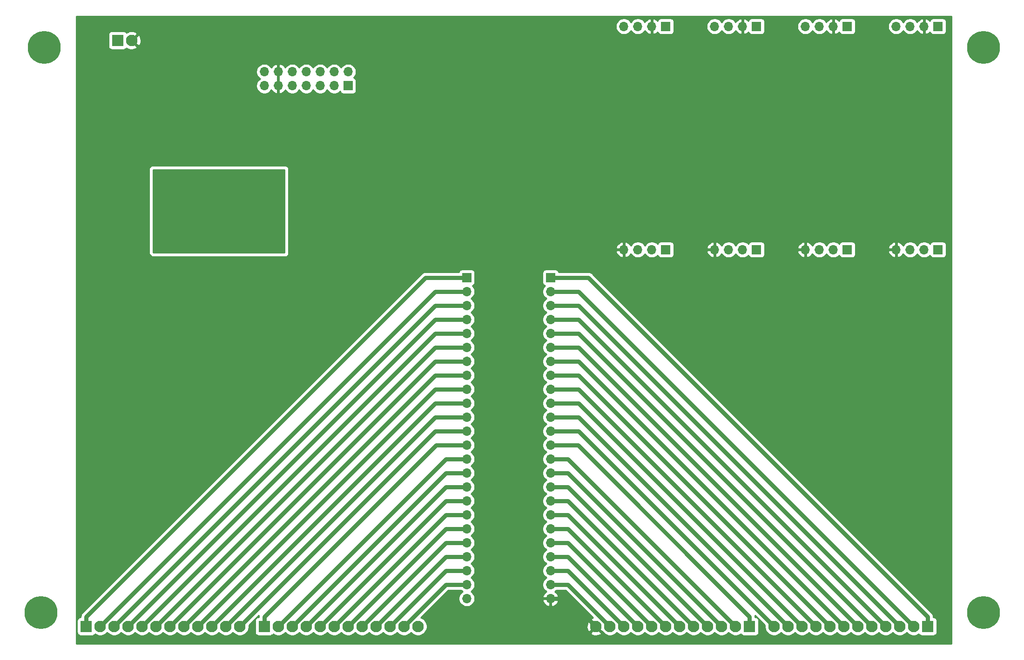
<source format=gbr>
G04 #@! TF.GenerationSoftware,KiCad,Pcbnew,(5.1.5-0-10_14)*
G04 #@! TF.CreationDate,2020-05-13T10:39:26+02:00*
G04 #@! TF.ProjectId,PM Artnet LED DMX,504d2041-7274-46e6-9574-204c45442044,rev?*
G04 #@! TF.SameCoordinates,Original*
G04 #@! TF.FileFunction,Copper,L1,Top*
G04 #@! TF.FilePolarity,Positive*
%FSLAX46Y46*%
G04 Gerber Fmt 4.6, Leading zero omitted, Abs format (unit mm)*
G04 Created by KiCad (PCBNEW (5.1.5-0-10_14)) date 2020-05-13 10:39:26*
%MOMM*%
%LPD*%
G04 APERTURE LIST*
%ADD10R,1.700000X1.700000*%
%ADD11O,1.700000X1.700000*%
%ADD12C,2.100000*%
%ADD13R,2.100000X2.100000*%
%ADD14C,6.000000*%
%ADD15C,0.800000*%
%ADD16C,0.750000*%
%ADD17C,0.250000*%
%ADD18C,0.254000*%
G04 APERTURE END LIST*
D10*
X116205000Y-65405000D03*
D11*
X116205000Y-67945000D03*
X116205000Y-70485000D03*
X116205000Y-73025000D03*
X116205000Y-75565000D03*
X116205000Y-78105000D03*
X116205000Y-80645000D03*
X116205000Y-83185000D03*
X116205000Y-85725000D03*
X116205000Y-88265000D03*
X116205000Y-90805000D03*
X116205000Y-93345000D03*
X116205000Y-95885000D03*
X116205000Y-98425000D03*
X116205000Y-100965000D03*
X116205000Y-103505000D03*
X116205000Y-106045000D03*
X116205000Y-108585000D03*
X116205000Y-111125000D03*
X116205000Y-113665000D03*
X116205000Y-116205000D03*
X116205000Y-118745000D03*
X116205000Y-121285000D03*
X116205000Y-123825000D03*
D10*
X201930000Y-19685000D03*
D11*
X199390000Y-19685000D03*
X196850000Y-19685000D03*
X194310000Y-19685000D03*
D10*
X94615000Y-30480000D03*
D11*
X94615000Y-27940000D03*
X92075000Y-30480000D03*
X92075000Y-27940000D03*
X89535000Y-30480000D03*
X89535000Y-27940000D03*
X86995000Y-30480000D03*
X86995000Y-27940000D03*
X84455000Y-30480000D03*
X84455000Y-27940000D03*
X81915000Y-30480000D03*
X81915000Y-27940000D03*
X79375000Y-30480000D03*
X79375000Y-27940000D03*
D12*
X139700000Y-128905000D03*
X142240000Y-128905000D03*
X144780000Y-128905000D03*
X147320000Y-128905000D03*
X149860000Y-128905000D03*
X152400000Y-128905000D03*
X154940000Y-128905000D03*
X157480000Y-128905000D03*
X160020000Y-128905000D03*
X162560000Y-128905000D03*
X165100000Y-128905000D03*
D13*
X167640000Y-128905000D03*
X200025000Y-128905000D03*
D12*
X197485000Y-128905000D03*
X194945000Y-128905000D03*
X192405000Y-128905000D03*
X189865000Y-128905000D03*
X187325000Y-128905000D03*
X184785000Y-128905000D03*
X182245000Y-128905000D03*
X179705000Y-128905000D03*
X177165000Y-128905000D03*
X174625000Y-128905000D03*
X172085000Y-128905000D03*
D13*
X46990000Y-128905000D03*
D12*
X49530000Y-128905000D03*
X52070000Y-128905000D03*
X54610000Y-128905000D03*
X57150000Y-128905000D03*
X59690000Y-128905000D03*
X62230000Y-128905000D03*
X64770000Y-128905000D03*
X67310000Y-128905000D03*
X69850000Y-128905000D03*
X72390000Y-128905000D03*
X74930000Y-128905000D03*
X107315000Y-128905000D03*
X104775000Y-128905000D03*
X102235000Y-128905000D03*
X99695000Y-128905000D03*
X97155000Y-128905000D03*
X94615000Y-128905000D03*
X92075000Y-128905000D03*
X89535000Y-128905000D03*
X86995000Y-128905000D03*
X84455000Y-128905000D03*
X81915000Y-128905000D03*
D13*
X79375000Y-128905000D03*
X52705000Y-22225000D03*
D12*
X55245000Y-22225000D03*
D10*
X185420000Y-19685000D03*
D11*
X182880000Y-19685000D03*
X180340000Y-19685000D03*
X177800000Y-19685000D03*
D10*
X168910000Y-19685000D03*
D11*
X166370000Y-19685000D03*
X163830000Y-19685000D03*
X161290000Y-19685000D03*
D10*
X152400000Y-19685000D03*
D11*
X149860000Y-19685000D03*
X147320000Y-19685000D03*
X144780000Y-19685000D03*
X194310000Y-60325000D03*
X196850000Y-60325000D03*
X199390000Y-60325000D03*
D10*
X201930000Y-60325000D03*
D11*
X177800000Y-60325000D03*
X180340000Y-60325000D03*
X182880000Y-60325000D03*
D10*
X185420000Y-60325000D03*
D11*
X161290000Y-60325000D03*
X163830000Y-60325000D03*
X166370000Y-60325000D03*
D10*
X168910000Y-60325000D03*
D11*
X144780000Y-60325000D03*
X147320000Y-60325000D03*
X149860000Y-60325000D03*
D10*
X152400000Y-60325000D03*
D11*
X131445000Y-123825000D03*
X131445000Y-121285000D03*
X131445000Y-118745000D03*
X131445000Y-116205000D03*
X131445000Y-113665000D03*
X131445000Y-111125000D03*
X131445000Y-108585000D03*
X131445000Y-106045000D03*
X131445000Y-103505000D03*
X131445000Y-100965000D03*
X131445000Y-98425000D03*
X131445000Y-95885000D03*
X131445000Y-93345000D03*
X131445000Y-90805000D03*
X131445000Y-88265000D03*
X131445000Y-85725000D03*
X131445000Y-83185000D03*
X131445000Y-80645000D03*
X131445000Y-78105000D03*
X131445000Y-75565000D03*
X131445000Y-73025000D03*
X131445000Y-70485000D03*
X131445000Y-67945000D03*
D10*
X131445000Y-65405000D03*
D14*
X39370000Y-23495000D03*
X38735000Y-126365000D03*
X210185000Y-126365000D03*
X210185000Y-23495000D03*
D15*
X78105000Y-53340000D03*
X62230000Y-48260000D03*
X65405000Y-48260000D03*
X65405000Y-50800000D03*
X62230000Y-50800000D03*
X62230000Y-53340000D03*
X65405000Y-53340000D03*
X65405000Y-55880000D03*
X62230000Y-55880000D03*
X62230000Y-58420000D03*
X65405000Y-58420000D03*
X81280000Y-48260000D03*
X78105000Y-48260000D03*
X78105000Y-50800000D03*
X81280000Y-50800000D03*
X81280000Y-53340000D03*
X81280000Y-55880000D03*
X78105000Y-55880000D03*
X78105000Y-58420000D03*
X81280000Y-58420000D03*
D16*
X46990000Y-127105000D02*
X46990000Y-128905000D01*
X108690000Y-65405000D02*
X46990000Y-127105000D01*
X116205000Y-65405000D02*
X108690000Y-65405000D01*
X110490000Y-67945000D02*
X49530000Y-128905000D01*
X116205000Y-67945000D02*
X110490000Y-67945000D01*
X110490000Y-70485000D02*
X52070000Y-128905000D01*
X116205000Y-70485000D02*
X110490000Y-70485000D01*
X110490000Y-73025000D02*
X54610000Y-128905000D01*
X116205000Y-73025000D02*
X110490000Y-73025000D01*
X110490000Y-75565000D02*
X57150000Y-128905000D01*
X116205000Y-75565000D02*
X110490000Y-75565000D01*
X110490000Y-78105000D02*
X59690000Y-128905000D01*
X116205000Y-78105000D02*
X110490000Y-78105000D01*
D17*
X116205000Y-79844002D02*
X116205000Y-80645000D01*
D16*
X110490000Y-80645000D02*
X62230000Y-128905000D01*
X116205000Y-80645000D02*
X110490000Y-80645000D01*
X110490000Y-83185000D02*
X64770000Y-128905000D01*
X116205000Y-83185000D02*
X110490000Y-83185000D01*
X110490000Y-85725000D02*
X67310000Y-128905000D01*
X116205000Y-85725000D02*
X110490000Y-85725000D01*
X110490000Y-88265000D02*
X69850000Y-128905000D01*
X116205000Y-88265000D02*
X110490000Y-88265000D01*
X110490000Y-90805000D02*
X72390000Y-128905000D01*
X116205000Y-90805000D02*
X110490000Y-90805000D01*
X110490000Y-93345000D02*
X74930000Y-128905000D01*
X116205000Y-93345000D02*
X110490000Y-93345000D01*
X136525000Y-93345000D02*
X172085000Y-128905000D01*
X131445000Y-93345000D02*
X136525000Y-93345000D01*
X79375000Y-127105000D02*
X79375000Y-128905000D01*
X110595000Y-95885000D02*
X79375000Y-127105000D01*
X116205000Y-95885000D02*
X110595000Y-95885000D01*
X112395000Y-98425000D02*
X81915000Y-128905000D01*
X116205000Y-98425000D02*
X112395000Y-98425000D01*
X112395000Y-100965000D02*
X84455000Y-128905000D01*
X116205000Y-100965000D02*
X112395000Y-100965000D01*
X112395000Y-103505000D02*
X86995000Y-128905000D01*
X116205000Y-103505000D02*
X112395000Y-103505000D01*
X112395000Y-106045000D02*
X89535000Y-128905000D01*
X116205000Y-106045000D02*
X112395000Y-106045000D01*
X112395000Y-108585000D02*
X92075000Y-128905000D01*
X116205000Y-108585000D02*
X112395000Y-108585000D01*
X112395000Y-111125000D02*
X94615000Y-128905000D01*
X116205000Y-111125000D02*
X112395000Y-111125000D01*
X112395000Y-113665000D02*
X97155000Y-128905000D01*
X116205000Y-113665000D02*
X112395000Y-113665000D01*
X112395000Y-116205000D02*
X99695000Y-128905000D01*
X116205000Y-116205000D02*
X112395000Y-116205000D01*
X112395000Y-118745000D02*
X102235000Y-128905000D01*
X116205000Y-118745000D02*
X112395000Y-118745000D01*
X112395000Y-121285000D02*
X104775000Y-128905000D01*
X116205000Y-121285000D02*
X112395000Y-121285000D01*
X134620000Y-121285000D02*
X142240000Y-128905000D01*
X131445000Y-121285000D02*
X134620000Y-121285000D01*
X134620000Y-118745000D02*
X144780000Y-128905000D01*
X131445000Y-118745000D02*
X134620000Y-118745000D01*
X134620000Y-116205000D02*
X147320000Y-128905000D01*
X131445000Y-116205000D02*
X134620000Y-116205000D01*
X134620000Y-113665000D02*
X149860000Y-128905000D01*
X131445000Y-113665000D02*
X134620000Y-113665000D01*
X134620000Y-111125000D02*
X152400000Y-128905000D01*
X131445000Y-111125000D02*
X134620000Y-111125000D01*
X134620000Y-108585000D02*
X154940000Y-128905000D01*
X131445000Y-108585000D02*
X134620000Y-108585000D01*
X134620000Y-106045000D02*
X157480000Y-128905000D01*
X131445000Y-106045000D02*
X134620000Y-106045000D01*
X134620000Y-103505000D02*
X160020000Y-128905000D01*
X131445000Y-103505000D02*
X134620000Y-103505000D01*
X134620000Y-100965000D02*
X162560000Y-128905000D01*
X131445000Y-100965000D02*
X134620000Y-100965000D01*
X134620000Y-98425000D02*
X165100000Y-128905000D01*
X131445000Y-98425000D02*
X134620000Y-98425000D01*
X167640000Y-127105000D02*
X167640000Y-128905000D01*
X136420000Y-95885000D02*
X167640000Y-127105000D01*
X131445000Y-95885000D02*
X136420000Y-95885000D01*
X136525000Y-90805000D02*
X174625000Y-128905000D01*
X131445000Y-90805000D02*
X136525000Y-90805000D01*
X136525000Y-88265000D02*
X177165000Y-128905000D01*
X131445000Y-88265000D02*
X136525000Y-88265000D01*
X136525000Y-85725000D02*
X179705000Y-128905000D01*
X131445000Y-85725000D02*
X136525000Y-85725000D01*
X136525000Y-83185000D02*
X182245000Y-128905000D01*
X131445000Y-83185000D02*
X136525000Y-83185000D01*
X136525000Y-80645000D02*
X184785000Y-128905000D01*
X131445000Y-80645000D02*
X136525000Y-80645000D01*
X136525000Y-78105000D02*
X187325000Y-128905000D01*
X131445000Y-78105000D02*
X136525000Y-78105000D01*
X136525000Y-75565000D02*
X189865000Y-128905000D01*
X131445000Y-75565000D02*
X136525000Y-75565000D01*
X136525000Y-73025000D02*
X192405000Y-128905000D01*
X131445000Y-73025000D02*
X136525000Y-73025000D01*
X136525000Y-70485000D02*
X194945000Y-128905000D01*
X131445000Y-70485000D02*
X136525000Y-70485000D01*
X136525000Y-67945000D02*
X197485000Y-128905000D01*
X131445000Y-67945000D02*
X136525000Y-67945000D01*
X200025000Y-127105000D02*
X200025000Y-128905000D01*
X138325000Y-65405000D02*
X200025000Y-127105000D01*
X131445000Y-65405000D02*
X138325000Y-65405000D01*
X134620000Y-123825000D02*
X139700000Y-128905000D01*
X131445000Y-123825000D02*
X134620000Y-123825000D01*
D18*
G36*
X204343000Y-132030000D02*
G01*
X45212000Y-132030000D01*
X45212000Y-127855000D01*
X45301928Y-127855000D01*
X45301928Y-129955000D01*
X45314188Y-130079482D01*
X45350498Y-130199180D01*
X45409463Y-130309494D01*
X45488815Y-130406185D01*
X45585506Y-130485537D01*
X45695820Y-130544502D01*
X45815518Y-130580812D01*
X45940000Y-130593072D01*
X48040000Y-130593072D01*
X48164482Y-130580812D01*
X48284180Y-130544502D01*
X48394494Y-130485537D01*
X48491185Y-130406185D01*
X48570537Y-130309494D01*
X48578042Y-130295454D01*
X48731853Y-130398228D01*
X49038504Y-130525246D01*
X49364042Y-130590000D01*
X49695958Y-130590000D01*
X50021496Y-130525246D01*
X50328147Y-130398228D01*
X50604125Y-130213825D01*
X50800000Y-130017950D01*
X50995875Y-130213825D01*
X51271853Y-130398228D01*
X51578504Y-130525246D01*
X51904042Y-130590000D01*
X52235958Y-130590000D01*
X52561496Y-130525246D01*
X52868147Y-130398228D01*
X53144125Y-130213825D01*
X53340000Y-130017950D01*
X53535875Y-130213825D01*
X53811853Y-130398228D01*
X54118504Y-130525246D01*
X54444042Y-130590000D01*
X54775958Y-130590000D01*
X55101496Y-130525246D01*
X55408147Y-130398228D01*
X55684125Y-130213825D01*
X55880000Y-130017950D01*
X56075875Y-130213825D01*
X56351853Y-130398228D01*
X56658504Y-130525246D01*
X56984042Y-130590000D01*
X57315958Y-130590000D01*
X57641496Y-130525246D01*
X57948147Y-130398228D01*
X58224125Y-130213825D01*
X58420000Y-130017950D01*
X58615875Y-130213825D01*
X58891853Y-130398228D01*
X59198504Y-130525246D01*
X59524042Y-130590000D01*
X59855958Y-130590000D01*
X60181496Y-130525246D01*
X60488147Y-130398228D01*
X60764125Y-130213825D01*
X60960000Y-130017950D01*
X61155875Y-130213825D01*
X61431853Y-130398228D01*
X61738504Y-130525246D01*
X62064042Y-130590000D01*
X62395958Y-130590000D01*
X62721496Y-130525246D01*
X63028147Y-130398228D01*
X63304125Y-130213825D01*
X63500000Y-130017950D01*
X63695875Y-130213825D01*
X63971853Y-130398228D01*
X64278504Y-130525246D01*
X64604042Y-130590000D01*
X64935958Y-130590000D01*
X65261496Y-130525246D01*
X65568147Y-130398228D01*
X65844125Y-130213825D01*
X66040000Y-130017950D01*
X66235875Y-130213825D01*
X66511853Y-130398228D01*
X66818504Y-130525246D01*
X67144042Y-130590000D01*
X67475958Y-130590000D01*
X67801496Y-130525246D01*
X68108147Y-130398228D01*
X68384125Y-130213825D01*
X68580000Y-130017950D01*
X68775875Y-130213825D01*
X69051853Y-130398228D01*
X69358504Y-130525246D01*
X69684042Y-130590000D01*
X70015958Y-130590000D01*
X70341496Y-130525246D01*
X70648147Y-130398228D01*
X70924125Y-130213825D01*
X71120000Y-130017950D01*
X71315875Y-130213825D01*
X71591853Y-130398228D01*
X71898504Y-130525246D01*
X72224042Y-130590000D01*
X72555958Y-130590000D01*
X72881496Y-130525246D01*
X73188147Y-130398228D01*
X73464125Y-130213825D01*
X73660000Y-130017950D01*
X73855875Y-130213825D01*
X74131853Y-130398228D01*
X74438504Y-130525246D01*
X74764042Y-130590000D01*
X75095958Y-130590000D01*
X75421496Y-130525246D01*
X75728147Y-130398228D01*
X76004125Y-130213825D01*
X76238825Y-129979125D01*
X76423228Y-129703147D01*
X76550246Y-129396496D01*
X76615000Y-129070958D01*
X76615000Y-128739042D01*
X76599954Y-128663401D01*
X78389746Y-126873609D01*
X78379615Y-126907006D01*
X78360114Y-127105000D01*
X78365000Y-127154608D01*
X78365000Y-127216928D01*
X78325000Y-127216928D01*
X78200518Y-127229188D01*
X78080820Y-127265498D01*
X77970506Y-127324463D01*
X77873815Y-127403815D01*
X77794463Y-127500506D01*
X77735498Y-127610820D01*
X77699188Y-127730518D01*
X77686928Y-127855000D01*
X77686928Y-129955000D01*
X77699188Y-130079482D01*
X77735498Y-130199180D01*
X77794463Y-130309494D01*
X77873815Y-130406185D01*
X77970506Y-130485537D01*
X78080820Y-130544502D01*
X78200518Y-130580812D01*
X78325000Y-130593072D01*
X80425000Y-130593072D01*
X80549482Y-130580812D01*
X80669180Y-130544502D01*
X80779494Y-130485537D01*
X80876185Y-130406185D01*
X80955537Y-130309494D01*
X80963042Y-130295454D01*
X81116853Y-130398228D01*
X81423504Y-130525246D01*
X81749042Y-130590000D01*
X82080958Y-130590000D01*
X82406496Y-130525246D01*
X82713147Y-130398228D01*
X82989125Y-130213825D01*
X83185000Y-130017950D01*
X83380875Y-130213825D01*
X83656853Y-130398228D01*
X83963504Y-130525246D01*
X84289042Y-130590000D01*
X84620958Y-130590000D01*
X84946496Y-130525246D01*
X85253147Y-130398228D01*
X85529125Y-130213825D01*
X85725000Y-130017950D01*
X85920875Y-130213825D01*
X86196853Y-130398228D01*
X86503504Y-130525246D01*
X86829042Y-130590000D01*
X87160958Y-130590000D01*
X87486496Y-130525246D01*
X87793147Y-130398228D01*
X88069125Y-130213825D01*
X88265000Y-130017950D01*
X88460875Y-130213825D01*
X88736853Y-130398228D01*
X89043504Y-130525246D01*
X89369042Y-130590000D01*
X89700958Y-130590000D01*
X90026496Y-130525246D01*
X90333147Y-130398228D01*
X90609125Y-130213825D01*
X90805000Y-130017950D01*
X91000875Y-130213825D01*
X91276853Y-130398228D01*
X91583504Y-130525246D01*
X91909042Y-130590000D01*
X92240958Y-130590000D01*
X92566496Y-130525246D01*
X92873147Y-130398228D01*
X93149125Y-130213825D01*
X93345000Y-130017950D01*
X93540875Y-130213825D01*
X93816853Y-130398228D01*
X94123504Y-130525246D01*
X94449042Y-130590000D01*
X94780958Y-130590000D01*
X95106496Y-130525246D01*
X95413147Y-130398228D01*
X95689125Y-130213825D01*
X95885000Y-130017950D01*
X96080875Y-130213825D01*
X96356853Y-130398228D01*
X96663504Y-130525246D01*
X96989042Y-130590000D01*
X97320958Y-130590000D01*
X97646496Y-130525246D01*
X97953147Y-130398228D01*
X98229125Y-130213825D01*
X98425000Y-130017950D01*
X98620875Y-130213825D01*
X98896853Y-130398228D01*
X99203504Y-130525246D01*
X99529042Y-130590000D01*
X99860958Y-130590000D01*
X100186496Y-130525246D01*
X100493147Y-130398228D01*
X100769125Y-130213825D01*
X100965000Y-130017950D01*
X101160875Y-130213825D01*
X101436853Y-130398228D01*
X101743504Y-130525246D01*
X102069042Y-130590000D01*
X102400958Y-130590000D01*
X102726496Y-130525246D01*
X103033147Y-130398228D01*
X103309125Y-130213825D01*
X103505000Y-130017950D01*
X103700875Y-130213825D01*
X103976853Y-130398228D01*
X104283504Y-130525246D01*
X104609042Y-130590000D01*
X104940958Y-130590000D01*
X105266496Y-130525246D01*
X105573147Y-130398228D01*
X105849125Y-130213825D01*
X106045000Y-130017950D01*
X106240875Y-130213825D01*
X106516853Y-130398228D01*
X106823504Y-130525246D01*
X107149042Y-130590000D01*
X107480958Y-130590000D01*
X107806496Y-130525246D01*
X108113147Y-130398228D01*
X108389125Y-130213825D01*
X108526884Y-130076066D01*
X138708539Y-130076066D01*
X138810339Y-130345579D01*
X139108477Y-130491463D01*
X139429346Y-130576380D01*
X139760617Y-130597066D01*
X140089557Y-130552728D01*
X140403527Y-130445069D01*
X140589661Y-130345579D01*
X140691461Y-130076066D01*
X139700000Y-129084605D01*
X138708539Y-130076066D01*
X108526884Y-130076066D01*
X108623825Y-129979125D01*
X108808228Y-129703147D01*
X108935246Y-129396496D01*
X109000000Y-129070958D01*
X109000000Y-128965617D01*
X138007934Y-128965617D01*
X138052272Y-129294557D01*
X138159931Y-129608527D01*
X138259421Y-129794661D01*
X138528934Y-129896461D01*
X139520395Y-128905000D01*
X138528934Y-127913539D01*
X138259421Y-128015339D01*
X138113537Y-128313477D01*
X138028620Y-128634346D01*
X138007934Y-128965617D01*
X109000000Y-128965617D01*
X109000000Y-128739042D01*
X108935246Y-128413504D01*
X108808228Y-128106853D01*
X108623825Y-127830875D01*
X108389125Y-127596175D01*
X108113147Y-127411772D01*
X107818591Y-127289764D01*
X112813355Y-122295000D01*
X115114893Y-122295000D01*
X115258368Y-122438475D01*
X115432760Y-122555000D01*
X115258368Y-122671525D01*
X115051525Y-122878368D01*
X114889010Y-123121589D01*
X114777068Y-123391842D01*
X114720000Y-123678740D01*
X114720000Y-123971260D01*
X114777068Y-124258158D01*
X114889010Y-124528411D01*
X115051525Y-124771632D01*
X115258368Y-124978475D01*
X115501589Y-125140990D01*
X115771842Y-125252932D01*
X116058740Y-125310000D01*
X116351260Y-125310000D01*
X116638158Y-125252932D01*
X116908411Y-125140990D01*
X117151632Y-124978475D01*
X117358475Y-124771632D01*
X117520990Y-124528411D01*
X117632932Y-124258158D01*
X117648102Y-124181890D01*
X130003524Y-124181890D01*
X130048175Y-124329099D01*
X130173359Y-124591920D01*
X130347412Y-124825269D01*
X130563645Y-125020178D01*
X130813748Y-125169157D01*
X131088109Y-125266481D01*
X131318000Y-125145814D01*
X131318000Y-123952000D01*
X131572000Y-123952000D01*
X131572000Y-125145814D01*
X131801891Y-125266481D01*
X132076252Y-125169157D01*
X132326355Y-125020178D01*
X132542588Y-124825269D01*
X132716641Y-124591920D01*
X132841825Y-124329099D01*
X132886476Y-124181890D01*
X132765155Y-123952000D01*
X131572000Y-123952000D01*
X131318000Y-123952000D01*
X130124845Y-123952000D01*
X130003524Y-124181890D01*
X117648102Y-124181890D01*
X117690000Y-123971260D01*
X117690000Y-123678740D01*
X117632932Y-123391842D01*
X117520990Y-123121589D01*
X117358475Y-122878368D01*
X117151632Y-122671525D01*
X116977240Y-122555000D01*
X117151632Y-122438475D01*
X117358475Y-122231632D01*
X117520990Y-121988411D01*
X117632932Y-121718158D01*
X117690000Y-121431260D01*
X117690000Y-121138740D01*
X117632932Y-120851842D01*
X117520990Y-120581589D01*
X117358475Y-120338368D01*
X117151632Y-120131525D01*
X116977240Y-120015000D01*
X117151632Y-119898475D01*
X117358475Y-119691632D01*
X117520990Y-119448411D01*
X117632932Y-119178158D01*
X117690000Y-118891260D01*
X117690000Y-118598740D01*
X117632932Y-118311842D01*
X117520990Y-118041589D01*
X117358475Y-117798368D01*
X117151632Y-117591525D01*
X116977240Y-117475000D01*
X117151632Y-117358475D01*
X117358475Y-117151632D01*
X117520990Y-116908411D01*
X117632932Y-116638158D01*
X117690000Y-116351260D01*
X117690000Y-116058740D01*
X117632932Y-115771842D01*
X117520990Y-115501589D01*
X117358475Y-115258368D01*
X117151632Y-115051525D01*
X116977240Y-114935000D01*
X117151632Y-114818475D01*
X117358475Y-114611632D01*
X117520990Y-114368411D01*
X117632932Y-114098158D01*
X117690000Y-113811260D01*
X117690000Y-113518740D01*
X117632932Y-113231842D01*
X117520990Y-112961589D01*
X117358475Y-112718368D01*
X117151632Y-112511525D01*
X116977240Y-112395000D01*
X117151632Y-112278475D01*
X117358475Y-112071632D01*
X117520990Y-111828411D01*
X117632932Y-111558158D01*
X117690000Y-111271260D01*
X117690000Y-110978740D01*
X117632932Y-110691842D01*
X117520990Y-110421589D01*
X117358475Y-110178368D01*
X117151632Y-109971525D01*
X116977240Y-109855000D01*
X117151632Y-109738475D01*
X117358475Y-109531632D01*
X117520990Y-109288411D01*
X117632932Y-109018158D01*
X117690000Y-108731260D01*
X117690000Y-108438740D01*
X117632932Y-108151842D01*
X117520990Y-107881589D01*
X117358475Y-107638368D01*
X117151632Y-107431525D01*
X116977240Y-107315000D01*
X117151632Y-107198475D01*
X117358475Y-106991632D01*
X117520990Y-106748411D01*
X117632932Y-106478158D01*
X117690000Y-106191260D01*
X117690000Y-105898740D01*
X117632932Y-105611842D01*
X117520990Y-105341589D01*
X117358475Y-105098368D01*
X117151632Y-104891525D01*
X116977240Y-104775000D01*
X117151632Y-104658475D01*
X117358475Y-104451632D01*
X117520990Y-104208411D01*
X117632932Y-103938158D01*
X117690000Y-103651260D01*
X117690000Y-103358740D01*
X117632932Y-103071842D01*
X117520990Y-102801589D01*
X117358475Y-102558368D01*
X117151632Y-102351525D01*
X116977240Y-102235000D01*
X117151632Y-102118475D01*
X117358475Y-101911632D01*
X117520990Y-101668411D01*
X117632932Y-101398158D01*
X117690000Y-101111260D01*
X117690000Y-100818740D01*
X117632932Y-100531842D01*
X117520990Y-100261589D01*
X117358475Y-100018368D01*
X117151632Y-99811525D01*
X116977240Y-99695000D01*
X117151632Y-99578475D01*
X117358475Y-99371632D01*
X117520990Y-99128411D01*
X117632932Y-98858158D01*
X117690000Y-98571260D01*
X117690000Y-98278740D01*
X117632932Y-97991842D01*
X117520990Y-97721589D01*
X117358475Y-97478368D01*
X117151632Y-97271525D01*
X116977240Y-97155000D01*
X117151632Y-97038475D01*
X117358475Y-96831632D01*
X117520990Y-96588411D01*
X117632932Y-96318158D01*
X117690000Y-96031260D01*
X117690000Y-95738740D01*
X117632932Y-95451842D01*
X117520990Y-95181589D01*
X117358475Y-94938368D01*
X117151632Y-94731525D01*
X116977240Y-94615000D01*
X117151632Y-94498475D01*
X117358475Y-94291632D01*
X117520990Y-94048411D01*
X117632932Y-93778158D01*
X117690000Y-93491260D01*
X117690000Y-93198740D01*
X117632932Y-92911842D01*
X117520990Y-92641589D01*
X117358475Y-92398368D01*
X117151632Y-92191525D01*
X116977240Y-92075000D01*
X117151632Y-91958475D01*
X117358475Y-91751632D01*
X117520990Y-91508411D01*
X117632932Y-91238158D01*
X117690000Y-90951260D01*
X117690000Y-90658740D01*
X117632932Y-90371842D01*
X117520990Y-90101589D01*
X117358475Y-89858368D01*
X117151632Y-89651525D01*
X116977240Y-89535000D01*
X117151632Y-89418475D01*
X117358475Y-89211632D01*
X117520990Y-88968411D01*
X117632932Y-88698158D01*
X117690000Y-88411260D01*
X117690000Y-88118740D01*
X117632932Y-87831842D01*
X117520990Y-87561589D01*
X117358475Y-87318368D01*
X117151632Y-87111525D01*
X116977240Y-86995000D01*
X117151632Y-86878475D01*
X117358475Y-86671632D01*
X117520990Y-86428411D01*
X117632932Y-86158158D01*
X117690000Y-85871260D01*
X117690000Y-85578740D01*
X117632932Y-85291842D01*
X117520990Y-85021589D01*
X117358475Y-84778368D01*
X117151632Y-84571525D01*
X116977240Y-84455000D01*
X117151632Y-84338475D01*
X117358475Y-84131632D01*
X117520990Y-83888411D01*
X117632932Y-83618158D01*
X117690000Y-83331260D01*
X117690000Y-83038740D01*
X117632932Y-82751842D01*
X117520990Y-82481589D01*
X117358475Y-82238368D01*
X117151632Y-82031525D01*
X116977240Y-81915000D01*
X117151632Y-81798475D01*
X117358475Y-81591632D01*
X117520990Y-81348411D01*
X117632932Y-81078158D01*
X117690000Y-80791260D01*
X117690000Y-80498740D01*
X117632932Y-80211842D01*
X117520990Y-79941589D01*
X117358475Y-79698368D01*
X117151632Y-79491525D01*
X116977240Y-79375000D01*
X117151632Y-79258475D01*
X117358475Y-79051632D01*
X117520990Y-78808411D01*
X117632932Y-78538158D01*
X117690000Y-78251260D01*
X117690000Y-77958740D01*
X117632932Y-77671842D01*
X117520990Y-77401589D01*
X117358475Y-77158368D01*
X117151632Y-76951525D01*
X116977240Y-76835000D01*
X117151632Y-76718475D01*
X117358475Y-76511632D01*
X117520990Y-76268411D01*
X117632932Y-75998158D01*
X117690000Y-75711260D01*
X117690000Y-75418740D01*
X117632932Y-75131842D01*
X117520990Y-74861589D01*
X117358475Y-74618368D01*
X117151632Y-74411525D01*
X116977240Y-74295000D01*
X117151632Y-74178475D01*
X117358475Y-73971632D01*
X117520990Y-73728411D01*
X117632932Y-73458158D01*
X117690000Y-73171260D01*
X117690000Y-72878740D01*
X117632932Y-72591842D01*
X117520990Y-72321589D01*
X117358475Y-72078368D01*
X117151632Y-71871525D01*
X116977240Y-71755000D01*
X117151632Y-71638475D01*
X117358475Y-71431632D01*
X117520990Y-71188411D01*
X117632932Y-70918158D01*
X117690000Y-70631260D01*
X117690000Y-70338740D01*
X117632932Y-70051842D01*
X117520990Y-69781589D01*
X117358475Y-69538368D01*
X117151632Y-69331525D01*
X116977240Y-69215000D01*
X117151632Y-69098475D01*
X117358475Y-68891632D01*
X117520990Y-68648411D01*
X117632932Y-68378158D01*
X117690000Y-68091260D01*
X117690000Y-67798740D01*
X117632932Y-67511842D01*
X117520990Y-67241589D01*
X117358475Y-66998368D01*
X117226620Y-66866513D01*
X117299180Y-66844502D01*
X117409494Y-66785537D01*
X117506185Y-66706185D01*
X117585537Y-66609494D01*
X117644502Y-66499180D01*
X117680812Y-66379482D01*
X117693072Y-66255000D01*
X117693072Y-64555000D01*
X129956928Y-64555000D01*
X129956928Y-66255000D01*
X129969188Y-66379482D01*
X130005498Y-66499180D01*
X130064463Y-66609494D01*
X130143815Y-66706185D01*
X130240506Y-66785537D01*
X130350820Y-66844502D01*
X130423380Y-66866513D01*
X130291525Y-66998368D01*
X130129010Y-67241589D01*
X130017068Y-67511842D01*
X129960000Y-67798740D01*
X129960000Y-68091260D01*
X130017068Y-68378158D01*
X130129010Y-68648411D01*
X130291525Y-68891632D01*
X130498368Y-69098475D01*
X130672760Y-69215000D01*
X130498368Y-69331525D01*
X130291525Y-69538368D01*
X130129010Y-69781589D01*
X130017068Y-70051842D01*
X129960000Y-70338740D01*
X129960000Y-70631260D01*
X130017068Y-70918158D01*
X130129010Y-71188411D01*
X130291525Y-71431632D01*
X130498368Y-71638475D01*
X130672760Y-71755000D01*
X130498368Y-71871525D01*
X130291525Y-72078368D01*
X130129010Y-72321589D01*
X130017068Y-72591842D01*
X129960000Y-72878740D01*
X129960000Y-73171260D01*
X130017068Y-73458158D01*
X130129010Y-73728411D01*
X130291525Y-73971632D01*
X130498368Y-74178475D01*
X130672760Y-74295000D01*
X130498368Y-74411525D01*
X130291525Y-74618368D01*
X130129010Y-74861589D01*
X130017068Y-75131842D01*
X129960000Y-75418740D01*
X129960000Y-75711260D01*
X130017068Y-75998158D01*
X130129010Y-76268411D01*
X130291525Y-76511632D01*
X130498368Y-76718475D01*
X130672760Y-76835000D01*
X130498368Y-76951525D01*
X130291525Y-77158368D01*
X130129010Y-77401589D01*
X130017068Y-77671842D01*
X129960000Y-77958740D01*
X129960000Y-78251260D01*
X130017068Y-78538158D01*
X130129010Y-78808411D01*
X130291525Y-79051632D01*
X130498368Y-79258475D01*
X130672760Y-79375000D01*
X130498368Y-79491525D01*
X130291525Y-79698368D01*
X130129010Y-79941589D01*
X130017068Y-80211842D01*
X129960000Y-80498740D01*
X129960000Y-80791260D01*
X130017068Y-81078158D01*
X130129010Y-81348411D01*
X130291525Y-81591632D01*
X130498368Y-81798475D01*
X130672760Y-81915000D01*
X130498368Y-82031525D01*
X130291525Y-82238368D01*
X130129010Y-82481589D01*
X130017068Y-82751842D01*
X129960000Y-83038740D01*
X129960000Y-83331260D01*
X130017068Y-83618158D01*
X130129010Y-83888411D01*
X130291525Y-84131632D01*
X130498368Y-84338475D01*
X130672760Y-84455000D01*
X130498368Y-84571525D01*
X130291525Y-84778368D01*
X130129010Y-85021589D01*
X130017068Y-85291842D01*
X129960000Y-85578740D01*
X129960000Y-85871260D01*
X130017068Y-86158158D01*
X130129010Y-86428411D01*
X130291525Y-86671632D01*
X130498368Y-86878475D01*
X130672760Y-86995000D01*
X130498368Y-87111525D01*
X130291525Y-87318368D01*
X130129010Y-87561589D01*
X130017068Y-87831842D01*
X129960000Y-88118740D01*
X129960000Y-88411260D01*
X130017068Y-88698158D01*
X130129010Y-88968411D01*
X130291525Y-89211632D01*
X130498368Y-89418475D01*
X130672760Y-89535000D01*
X130498368Y-89651525D01*
X130291525Y-89858368D01*
X130129010Y-90101589D01*
X130017068Y-90371842D01*
X129960000Y-90658740D01*
X129960000Y-90951260D01*
X130017068Y-91238158D01*
X130129010Y-91508411D01*
X130291525Y-91751632D01*
X130498368Y-91958475D01*
X130672760Y-92075000D01*
X130498368Y-92191525D01*
X130291525Y-92398368D01*
X130129010Y-92641589D01*
X130017068Y-92911842D01*
X129960000Y-93198740D01*
X129960000Y-93491260D01*
X130017068Y-93778158D01*
X130129010Y-94048411D01*
X130291525Y-94291632D01*
X130498368Y-94498475D01*
X130672760Y-94615000D01*
X130498368Y-94731525D01*
X130291525Y-94938368D01*
X130129010Y-95181589D01*
X130017068Y-95451842D01*
X129960000Y-95738740D01*
X129960000Y-96031260D01*
X130017068Y-96318158D01*
X130129010Y-96588411D01*
X130291525Y-96831632D01*
X130498368Y-97038475D01*
X130672760Y-97155000D01*
X130498368Y-97271525D01*
X130291525Y-97478368D01*
X130129010Y-97721589D01*
X130017068Y-97991842D01*
X129960000Y-98278740D01*
X129960000Y-98571260D01*
X130017068Y-98858158D01*
X130129010Y-99128411D01*
X130291525Y-99371632D01*
X130498368Y-99578475D01*
X130672760Y-99695000D01*
X130498368Y-99811525D01*
X130291525Y-100018368D01*
X130129010Y-100261589D01*
X130017068Y-100531842D01*
X129960000Y-100818740D01*
X129960000Y-101111260D01*
X130017068Y-101398158D01*
X130129010Y-101668411D01*
X130291525Y-101911632D01*
X130498368Y-102118475D01*
X130672760Y-102235000D01*
X130498368Y-102351525D01*
X130291525Y-102558368D01*
X130129010Y-102801589D01*
X130017068Y-103071842D01*
X129960000Y-103358740D01*
X129960000Y-103651260D01*
X130017068Y-103938158D01*
X130129010Y-104208411D01*
X130291525Y-104451632D01*
X130498368Y-104658475D01*
X130672760Y-104775000D01*
X130498368Y-104891525D01*
X130291525Y-105098368D01*
X130129010Y-105341589D01*
X130017068Y-105611842D01*
X129960000Y-105898740D01*
X129960000Y-106191260D01*
X130017068Y-106478158D01*
X130129010Y-106748411D01*
X130291525Y-106991632D01*
X130498368Y-107198475D01*
X130672760Y-107315000D01*
X130498368Y-107431525D01*
X130291525Y-107638368D01*
X130129010Y-107881589D01*
X130017068Y-108151842D01*
X129960000Y-108438740D01*
X129960000Y-108731260D01*
X130017068Y-109018158D01*
X130129010Y-109288411D01*
X130291525Y-109531632D01*
X130498368Y-109738475D01*
X130672760Y-109855000D01*
X130498368Y-109971525D01*
X130291525Y-110178368D01*
X130129010Y-110421589D01*
X130017068Y-110691842D01*
X129960000Y-110978740D01*
X129960000Y-111271260D01*
X130017068Y-111558158D01*
X130129010Y-111828411D01*
X130291525Y-112071632D01*
X130498368Y-112278475D01*
X130672760Y-112395000D01*
X130498368Y-112511525D01*
X130291525Y-112718368D01*
X130129010Y-112961589D01*
X130017068Y-113231842D01*
X129960000Y-113518740D01*
X129960000Y-113811260D01*
X130017068Y-114098158D01*
X130129010Y-114368411D01*
X130291525Y-114611632D01*
X130498368Y-114818475D01*
X130672760Y-114935000D01*
X130498368Y-115051525D01*
X130291525Y-115258368D01*
X130129010Y-115501589D01*
X130017068Y-115771842D01*
X129960000Y-116058740D01*
X129960000Y-116351260D01*
X130017068Y-116638158D01*
X130129010Y-116908411D01*
X130291525Y-117151632D01*
X130498368Y-117358475D01*
X130672760Y-117475000D01*
X130498368Y-117591525D01*
X130291525Y-117798368D01*
X130129010Y-118041589D01*
X130017068Y-118311842D01*
X129960000Y-118598740D01*
X129960000Y-118891260D01*
X130017068Y-119178158D01*
X130129010Y-119448411D01*
X130291525Y-119691632D01*
X130498368Y-119898475D01*
X130672760Y-120015000D01*
X130498368Y-120131525D01*
X130291525Y-120338368D01*
X130129010Y-120581589D01*
X130017068Y-120851842D01*
X129960000Y-121138740D01*
X129960000Y-121431260D01*
X130017068Y-121718158D01*
X130129010Y-121988411D01*
X130291525Y-122231632D01*
X130498368Y-122438475D01*
X130680534Y-122560195D01*
X130563645Y-122629822D01*
X130347412Y-122824731D01*
X130173359Y-123058080D01*
X130048175Y-123320901D01*
X130003524Y-123468110D01*
X130124845Y-123698000D01*
X131318000Y-123698000D01*
X131318000Y-123678000D01*
X131572000Y-123678000D01*
X131572000Y-123698000D01*
X132765155Y-123698000D01*
X132886476Y-123468110D01*
X132841825Y-123320901D01*
X132716641Y-123058080D01*
X132542588Y-122824731D01*
X132326355Y-122629822D01*
X132209466Y-122560195D01*
X132391632Y-122438475D01*
X132535107Y-122295000D01*
X134201645Y-122295000D01*
X139201331Y-127294686D01*
X138996473Y-127364931D01*
X138810339Y-127464421D01*
X138708539Y-127733934D01*
X139700000Y-128725395D01*
X139714143Y-128711253D01*
X139893748Y-128890858D01*
X139879605Y-128905000D01*
X140871066Y-129896461D01*
X140874958Y-129894991D01*
X140931175Y-129979125D01*
X141165875Y-130213825D01*
X141441853Y-130398228D01*
X141748504Y-130525246D01*
X142074042Y-130590000D01*
X142405958Y-130590000D01*
X142731496Y-130525246D01*
X143038147Y-130398228D01*
X143314125Y-130213825D01*
X143510000Y-130017950D01*
X143705875Y-130213825D01*
X143981853Y-130398228D01*
X144288504Y-130525246D01*
X144614042Y-130590000D01*
X144945958Y-130590000D01*
X145271496Y-130525246D01*
X145578147Y-130398228D01*
X145854125Y-130213825D01*
X146050000Y-130017950D01*
X146245875Y-130213825D01*
X146521853Y-130398228D01*
X146828504Y-130525246D01*
X147154042Y-130590000D01*
X147485958Y-130590000D01*
X147811496Y-130525246D01*
X148118147Y-130398228D01*
X148394125Y-130213825D01*
X148590000Y-130017950D01*
X148785875Y-130213825D01*
X149061853Y-130398228D01*
X149368504Y-130525246D01*
X149694042Y-130590000D01*
X150025958Y-130590000D01*
X150351496Y-130525246D01*
X150658147Y-130398228D01*
X150934125Y-130213825D01*
X151130000Y-130017950D01*
X151325875Y-130213825D01*
X151601853Y-130398228D01*
X151908504Y-130525246D01*
X152234042Y-130590000D01*
X152565958Y-130590000D01*
X152891496Y-130525246D01*
X153198147Y-130398228D01*
X153474125Y-130213825D01*
X153670000Y-130017950D01*
X153865875Y-130213825D01*
X154141853Y-130398228D01*
X154448504Y-130525246D01*
X154774042Y-130590000D01*
X155105958Y-130590000D01*
X155431496Y-130525246D01*
X155738147Y-130398228D01*
X156014125Y-130213825D01*
X156210000Y-130017950D01*
X156405875Y-130213825D01*
X156681853Y-130398228D01*
X156988504Y-130525246D01*
X157314042Y-130590000D01*
X157645958Y-130590000D01*
X157971496Y-130525246D01*
X158278147Y-130398228D01*
X158554125Y-130213825D01*
X158750000Y-130017950D01*
X158945875Y-130213825D01*
X159221853Y-130398228D01*
X159528504Y-130525246D01*
X159854042Y-130590000D01*
X160185958Y-130590000D01*
X160511496Y-130525246D01*
X160818147Y-130398228D01*
X161094125Y-130213825D01*
X161290000Y-130017950D01*
X161485875Y-130213825D01*
X161761853Y-130398228D01*
X162068504Y-130525246D01*
X162394042Y-130590000D01*
X162725958Y-130590000D01*
X163051496Y-130525246D01*
X163358147Y-130398228D01*
X163634125Y-130213825D01*
X163830000Y-130017950D01*
X164025875Y-130213825D01*
X164301853Y-130398228D01*
X164608504Y-130525246D01*
X164934042Y-130590000D01*
X165265958Y-130590000D01*
X165591496Y-130525246D01*
X165898147Y-130398228D01*
X166051958Y-130295454D01*
X166059463Y-130309494D01*
X166138815Y-130406185D01*
X166235506Y-130485537D01*
X166345820Y-130544502D01*
X166465518Y-130580812D01*
X166590000Y-130593072D01*
X168690000Y-130593072D01*
X168814482Y-130580812D01*
X168934180Y-130544502D01*
X169044494Y-130485537D01*
X169141185Y-130406185D01*
X169220537Y-130309494D01*
X169279502Y-130199180D01*
X169315812Y-130079482D01*
X169328072Y-129955000D01*
X169328072Y-127855000D01*
X169315812Y-127730518D01*
X169279502Y-127610820D01*
X169220537Y-127500506D01*
X169141185Y-127403815D01*
X169044494Y-127324463D01*
X168934180Y-127265498D01*
X168814482Y-127229188D01*
X168690000Y-127216928D01*
X168650000Y-127216928D01*
X168650000Y-127154604D01*
X168654886Y-127104999D01*
X168650000Y-127055392D01*
X168635385Y-126907006D01*
X168625254Y-126873609D01*
X170415046Y-128663401D01*
X170400000Y-128739042D01*
X170400000Y-129070958D01*
X170464754Y-129396496D01*
X170591772Y-129703147D01*
X170776175Y-129979125D01*
X171010875Y-130213825D01*
X171286853Y-130398228D01*
X171593504Y-130525246D01*
X171919042Y-130590000D01*
X172250958Y-130590000D01*
X172576496Y-130525246D01*
X172883147Y-130398228D01*
X173159125Y-130213825D01*
X173355000Y-130017950D01*
X173550875Y-130213825D01*
X173826853Y-130398228D01*
X174133504Y-130525246D01*
X174459042Y-130590000D01*
X174790958Y-130590000D01*
X175116496Y-130525246D01*
X175423147Y-130398228D01*
X175699125Y-130213825D01*
X175895000Y-130017950D01*
X176090875Y-130213825D01*
X176366853Y-130398228D01*
X176673504Y-130525246D01*
X176999042Y-130590000D01*
X177330958Y-130590000D01*
X177656496Y-130525246D01*
X177963147Y-130398228D01*
X178239125Y-130213825D01*
X178435000Y-130017950D01*
X178630875Y-130213825D01*
X178906853Y-130398228D01*
X179213504Y-130525246D01*
X179539042Y-130590000D01*
X179870958Y-130590000D01*
X180196496Y-130525246D01*
X180503147Y-130398228D01*
X180779125Y-130213825D01*
X180975000Y-130017950D01*
X181170875Y-130213825D01*
X181446853Y-130398228D01*
X181753504Y-130525246D01*
X182079042Y-130590000D01*
X182410958Y-130590000D01*
X182736496Y-130525246D01*
X183043147Y-130398228D01*
X183319125Y-130213825D01*
X183515000Y-130017950D01*
X183710875Y-130213825D01*
X183986853Y-130398228D01*
X184293504Y-130525246D01*
X184619042Y-130590000D01*
X184950958Y-130590000D01*
X185276496Y-130525246D01*
X185583147Y-130398228D01*
X185859125Y-130213825D01*
X186055000Y-130017950D01*
X186250875Y-130213825D01*
X186526853Y-130398228D01*
X186833504Y-130525246D01*
X187159042Y-130590000D01*
X187490958Y-130590000D01*
X187816496Y-130525246D01*
X188123147Y-130398228D01*
X188399125Y-130213825D01*
X188595000Y-130017950D01*
X188790875Y-130213825D01*
X189066853Y-130398228D01*
X189373504Y-130525246D01*
X189699042Y-130590000D01*
X190030958Y-130590000D01*
X190356496Y-130525246D01*
X190663147Y-130398228D01*
X190939125Y-130213825D01*
X191135000Y-130017950D01*
X191330875Y-130213825D01*
X191606853Y-130398228D01*
X191913504Y-130525246D01*
X192239042Y-130590000D01*
X192570958Y-130590000D01*
X192896496Y-130525246D01*
X193203147Y-130398228D01*
X193479125Y-130213825D01*
X193675000Y-130017950D01*
X193870875Y-130213825D01*
X194146853Y-130398228D01*
X194453504Y-130525246D01*
X194779042Y-130590000D01*
X195110958Y-130590000D01*
X195436496Y-130525246D01*
X195743147Y-130398228D01*
X196019125Y-130213825D01*
X196215000Y-130017950D01*
X196410875Y-130213825D01*
X196686853Y-130398228D01*
X196993504Y-130525246D01*
X197319042Y-130590000D01*
X197650958Y-130590000D01*
X197976496Y-130525246D01*
X198283147Y-130398228D01*
X198436958Y-130295454D01*
X198444463Y-130309494D01*
X198523815Y-130406185D01*
X198620506Y-130485537D01*
X198730820Y-130544502D01*
X198850518Y-130580812D01*
X198975000Y-130593072D01*
X201075000Y-130593072D01*
X201199482Y-130580812D01*
X201319180Y-130544502D01*
X201429494Y-130485537D01*
X201526185Y-130406185D01*
X201605537Y-130309494D01*
X201664502Y-130199180D01*
X201700812Y-130079482D01*
X201713072Y-129955000D01*
X201713072Y-127855000D01*
X201700812Y-127730518D01*
X201664502Y-127610820D01*
X201605537Y-127500506D01*
X201526185Y-127403815D01*
X201429494Y-127324463D01*
X201319180Y-127265498D01*
X201199482Y-127229188D01*
X201075000Y-127216928D01*
X201035000Y-127216928D01*
X201035000Y-127154608D01*
X201039886Y-127105000D01*
X201020385Y-126907005D01*
X200962632Y-126716620D01*
X200868846Y-126541159D01*
X200774256Y-126425900D01*
X200742633Y-126387367D01*
X200704100Y-126355744D01*
X139074261Y-64725906D01*
X139042633Y-64687367D01*
X138888840Y-64561153D01*
X138713380Y-64467368D01*
X138522994Y-64409615D01*
X138374608Y-64395000D01*
X138325000Y-64390114D01*
X138275392Y-64395000D01*
X132910038Y-64395000D01*
X132884502Y-64310820D01*
X132825537Y-64200506D01*
X132746185Y-64103815D01*
X132649494Y-64024463D01*
X132539180Y-63965498D01*
X132419482Y-63929188D01*
X132295000Y-63916928D01*
X130595000Y-63916928D01*
X130470518Y-63929188D01*
X130350820Y-63965498D01*
X130240506Y-64024463D01*
X130143815Y-64103815D01*
X130064463Y-64200506D01*
X130005498Y-64310820D01*
X129969188Y-64430518D01*
X129956928Y-64555000D01*
X117693072Y-64555000D01*
X117680812Y-64430518D01*
X117644502Y-64310820D01*
X117585537Y-64200506D01*
X117506185Y-64103815D01*
X117409494Y-64024463D01*
X117299180Y-63965498D01*
X117179482Y-63929188D01*
X117055000Y-63916928D01*
X115355000Y-63916928D01*
X115230518Y-63929188D01*
X115110820Y-63965498D01*
X115000506Y-64024463D01*
X114903815Y-64103815D01*
X114824463Y-64200506D01*
X114765498Y-64310820D01*
X114739962Y-64395000D01*
X108739608Y-64395000D01*
X108690000Y-64390114D01*
X108492005Y-64409615D01*
X108301620Y-64467368D01*
X108126160Y-64561153D01*
X107972367Y-64687367D01*
X107940744Y-64725900D01*
X46310906Y-126355739D01*
X46272367Y-126387367D01*
X46146153Y-126541160D01*
X46052369Y-126716619D01*
X46052368Y-126716621D01*
X45994615Y-126907006D01*
X45975114Y-127105000D01*
X45980000Y-127154608D01*
X45980000Y-127216928D01*
X45940000Y-127216928D01*
X45815518Y-127229188D01*
X45695820Y-127265498D01*
X45585506Y-127324463D01*
X45488815Y-127403815D01*
X45409463Y-127500506D01*
X45350498Y-127610820D01*
X45314188Y-127730518D01*
X45301928Y-127855000D01*
X45212000Y-127855000D01*
X45212000Y-45629136D01*
X58420084Y-45629136D01*
X58420084Y-60948511D01*
X58432082Y-61071369D01*
X58468022Y-61190550D01*
X58526521Y-61300429D01*
X58605333Y-61396785D01*
X58701429Y-61475913D01*
X58811115Y-61534774D01*
X58930177Y-61571105D01*
X59054040Y-61583510D01*
X83184040Y-61623197D01*
X83308966Y-61610997D01*
X83428088Y-61574862D01*
X83537871Y-61516181D01*
X83634097Y-61437211D01*
X83713067Y-61340985D01*
X83771748Y-61231202D01*
X83807883Y-61112080D01*
X83820084Y-60988198D01*
X83820084Y-60681891D01*
X143338519Y-60681891D01*
X143435843Y-60956252D01*
X143584822Y-61206355D01*
X143779731Y-61422588D01*
X144013080Y-61596641D01*
X144275901Y-61721825D01*
X144423110Y-61766476D01*
X144653000Y-61645155D01*
X144653000Y-60452000D01*
X143459186Y-60452000D01*
X143338519Y-60681891D01*
X83820084Y-60681891D01*
X83820084Y-59968109D01*
X143338519Y-59968109D01*
X143459186Y-60198000D01*
X144653000Y-60198000D01*
X144653000Y-59004845D01*
X144907000Y-59004845D01*
X144907000Y-60198000D01*
X144927000Y-60198000D01*
X144927000Y-60452000D01*
X144907000Y-60452000D01*
X144907000Y-61645155D01*
X145136890Y-61766476D01*
X145284099Y-61721825D01*
X145546920Y-61596641D01*
X145780269Y-61422588D01*
X145975178Y-61206355D01*
X146044805Y-61089466D01*
X146166525Y-61271632D01*
X146373368Y-61478475D01*
X146616589Y-61640990D01*
X146886842Y-61752932D01*
X147173740Y-61810000D01*
X147466260Y-61810000D01*
X147753158Y-61752932D01*
X148023411Y-61640990D01*
X148266632Y-61478475D01*
X148473475Y-61271632D01*
X148590000Y-61097240D01*
X148706525Y-61271632D01*
X148913368Y-61478475D01*
X149156589Y-61640990D01*
X149426842Y-61752932D01*
X149713740Y-61810000D01*
X150006260Y-61810000D01*
X150293158Y-61752932D01*
X150563411Y-61640990D01*
X150806632Y-61478475D01*
X150938487Y-61346620D01*
X150960498Y-61419180D01*
X151019463Y-61529494D01*
X151098815Y-61626185D01*
X151195506Y-61705537D01*
X151305820Y-61764502D01*
X151425518Y-61800812D01*
X151550000Y-61813072D01*
X153250000Y-61813072D01*
X153374482Y-61800812D01*
X153494180Y-61764502D01*
X153604494Y-61705537D01*
X153701185Y-61626185D01*
X153780537Y-61529494D01*
X153839502Y-61419180D01*
X153875812Y-61299482D01*
X153888072Y-61175000D01*
X153888072Y-60681891D01*
X159848519Y-60681891D01*
X159945843Y-60956252D01*
X160094822Y-61206355D01*
X160289731Y-61422588D01*
X160523080Y-61596641D01*
X160785901Y-61721825D01*
X160933110Y-61766476D01*
X161163000Y-61645155D01*
X161163000Y-60452000D01*
X159969186Y-60452000D01*
X159848519Y-60681891D01*
X153888072Y-60681891D01*
X153888072Y-59968109D01*
X159848519Y-59968109D01*
X159969186Y-60198000D01*
X161163000Y-60198000D01*
X161163000Y-59004845D01*
X161417000Y-59004845D01*
X161417000Y-60198000D01*
X161437000Y-60198000D01*
X161437000Y-60452000D01*
X161417000Y-60452000D01*
X161417000Y-61645155D01*
X161646890Y-61766476D01*
X161794099Y-61721825D01*
X162056920Y-61596641D01*
X162290269Y-61422588D01*
X162485178Y-61206355D01*
X162554805Y-61089466D01*
X162676525Y-61271632D01*
X162883368Y-61478475D01*
X163126589Y-61640990D01*
X163396842Y-61752932D01*
X163683740Y-61810000D01*
X163976260Y-61810000D01*
X164263158Y-61752932D01*
X164533411Y-61640990D01*
X164776632Y-61478475D01*
X164983475Y-61271632D01*
X165100000Y-61097240D01*
X165216525Y-61271632D01*
X165423368Y-61478475D01*
X165666589Y-61640990D01*
X165936842Y-61752932D01*
X166223740Y-61810000D01*
X166516260Y-61810000D01*
X166803158Y-61752932D01*
X167073411Y-61640990D01*
X167316632Y-61478475D01*
X167448487Y-61346620D01*
X167470498Y-61419180D01*
X167529463Y-61529494D01*
X167608815Y-61626185D01*
X167705506Y-61705537D01*
X167815820Y-61764502D01*
X167935518Y-61800812D01*
X168060000Y-61813072D01*
X169760000Y-61813072D01*
X169884482Y-61800812D01*
X170004180Y-61764502D01*
X170114494Y-61705537D01*
X170211185Y-61626185D01*
X170290537Y-61529494D01*
X170349502Y-61419180D01*
X170385812Y-61299482D01*
X170398072Y-61175000D01*
X170398072Y-60681891D01*
X176358519Y-60681891D01*
X176455843Y-60956252D01*
X176604822Y-61206355D01*
X176799731Y-61422588D01*
X177033080Y-61596641D01*
X177295901Y-61721825D01*
X177443110Y-61766476D01*
X177673000Y-61645155D01*
X177673000Y-60452000D01*
X176479186Y-60452000D01*
X176358519Y-60681891D01*
X170398072Y-60681891D01*
X170398072Y-59968109D01*
X176358519Y-59968109D01*
X176479186Y-60198000D01*
X177673000Y-60198000D01*
X177673000Y-59004845D01*
X177927000Y-59004845D01*
X177927000Y-60198000D01*
X177947000Y-60198000D01*
X177947000Y-60452000D01*
X177927000Y-60452000D01*
X177927000Y-61645155D01*
X178156890Y-61766476D01*
X178304099Y-61721825D01*
X178566920Y-61596641D01*
X178800269Y-61422588D01*
X178995178Y-61206355D01*
X179064805Y-61089466D01*
X179186525Y-61271632D01*
X179393368Y-61478475D01*
X179636589Y-61640990D01*
X179906842Y-61752932D01*
X180193740Y-61810000D01*
X180486260Y-61810000D01*
X180773158Y-61752932D01*
X181043411Y-61640990D01*
X181286632Y-61478475D01*
X181493475Y-61271632D01*
X181610000Y-61097240D01*
X181726525Y-61271632D01*
X181933368Y-61478475D01*
X182176589Y-61640990D01*
X182446842Y-61752932D01*
X182733740Y-61810000D01*
X183026260Y-61810000D01*
X183313158Y-61752932D01*
X183583411Y-61640990D01*
X183826632Y-61478475D01*
X183958487Y-61346620D01*
X183980498Y-61419180D01*
X184039463Y-61529494D01*
X184118815Y-61626185D01*
X184215506Y-61705537D01*
X184325820Y-61764502D01*
X184445518Y-61800812D01*
X184570000Y-61813072D01*
X186270000Y-61813072D01*
X186394482Y-61800812D01*
X186514180Y-61764502D01*
X186624494Y-61705537D01*
X186721185Y-61626185D01*
X186800537Y-61529494D01*
X186859502Y-61419180D01*
X186895812Y-61299482D01*
X186908072Y-61175000D01*
X186908072Y-60681891D01*
X192868519Y-60681891D01*
X192965843Y-60956252D01*
X193114822Y-61206355D01*
X193309731Y-61422588D01*
X193543080Y-61596641D01*
X193805901Y-61721825D01*
X193953110Y-61766476D01*
X194183000Y-61645155D01*
X194183000Y-60452000D01*
X192989186Y-60452000D01*
X192868519Y-60681891D01*
X186908072Y-60681891D01*
X186908072Y-59968109D01*
X192868519Y-59968109D01*
X192989186Y-60198000D01*
X194183000Y-60198000D01*
X194183000Y-59004845D01*
X194437000Y-59004845D01*
X194437000Y-60198000D01*
X194457000Y-60198000D01*
X194457000Y-60452000D01*
X194437000Y-60452000D01*
X194437000Y-61645155D01*
X194666890Y-61766476D01*
X194814099Y-61721825D01*
X195076920Y-61596641D01*
X195310269Y-61422588D01*
X195505178Y-61206355D01*
X195574805Y-61089466D01*
X195696525Y-61271632D01*
X195903368Y-61478475D01*
X196146589Y-61640990D01*
X196416842Y-61752932D01*
X196703740Y-61810000D01*
X196996260Y-61810000D01*
X197283158Y-61752932D01*
X197553411Y-61640990D01*
X197796632Y-61478475D01*
X198003475Y-61271632D01*
X198120000Y-61097240D01*
X198236525Y-61271632D01*
X198443368Y-61478475D01*
X198686589Y-61640990D01*
X198956842Y-61752932D01*
X199243740Y-61810000D01*
X199536260Y-61810000D01*
X199823158Y-61752932D01*
X200093411Y-61640990D01*
X200336632Y-61478475D01*
X200468487Y-61346620D01*
X200490498Y-61419180D01*
X200549463Y-61529494D01*
X200628815Y-61626185D01*
X200725506Y-61705537D01*
X200835820Y-61764502D01*
X200955518Y-61800812D01*
X201080000Y-61813072D01*
X202780000Y-61813072D01*
X202904482Y-61800812D01*
X203024180Y-61764502D01*
X203134494Y-61705537D01*
X203231185Y-61626185D01*
X203310537Y-61529494D01*
X203369502Y-61419180D01*
X203405812Y-61299482D01*
X203418072Y-61175000D01*
X203418072Y-59475000D01*
X203405812Y-59350518D01*
X203369502Y-59230820D01*
X203310537Y-59120506D01*
X203231185Y-59023815D01*
X203134494Y-58944463D01*
X203024180Y-58885498D01*
X202904482Y-58849188D01*
X202780000Y-58836928D01*
X201080000Y-58836928D01*
X200955518Y-58849188D01*
X200835820Y-58885498D01*
X200725506Y-58944463D01*
X200628815Y-59023815D01*
X200549463Y-59120506D01*
X200490498Y-59230820D01*
X200468487Y-59303380D01*
X200336632Y-59171525D01*
X200093411Y-59009010D01*
X199823158Y-58897068D01*
X199536260Y-58840000D01*
X199243740Y-58840000D01*
X198956842Y-58897068D01*
X198686589Y-59009010D01*
X198443368Y-59171525D01*
X198236525Y-59378368D01*
X198120000Y-59552760D01*
X198003475Y-59378368D01*
X197796632Y-59171525D01*
X197553411Y-59009010D01*
X197283158Y-58897068D01*
X196996260Y-58840000D01*
X196703740Y-58840000D01*
X196416842Y-58897068D01*
X196146589Y-59009010D01*
X195903368Y-59171525D01*
X195696525Y-59378368D01*
X195574805Y-59560534D01*
X195505178Y-59443645D01*
X195310269Y-59227412D01*
X195076920Y-59053359D01*
X194814099Y-58928175D01*
X194666890Y-58883524D01*
X194437000Y-59004845D01*
X194183000Y-59004845D01*
X193953110Y-58883524D01*
X193805901Y-58928175D01*
X193543080Y-59053359D01*
X193309731Y-59227412D01*
X193114822Y-59443645D01*
X192965843Y-59693748D01*
X192868519Y-59968109D01*
X186908072Y-59968109D01*
X186908072Y-59475000D01*
X186895812Y-59350518D01*
X186859502Y-59230820D01*
X186800537Y-59120506D01*
X186721185Y-59023815D01*
X186624494Y-58944463D01*
X186514180Y-58885498D01*
X186394482Y-58849188D01*
X186270000Y-58836928D01*
X184570000Y-58836928D01*
X184445518Y-58849188D01*
X184325820Y-58885498D01*
X184215506Y-58944463D01*
X184118815Y-59023815D01*
X184039463Y-59120506D01*
X183980498Y-59230820D01*
X183958487Y-59303380D01*
X183826632Y-59171525D01*
X183583411Y-59009010D01*
X183313158Y-58897068D01*
X183026260Y-58840000D01*
X182733740Y-58840000D01*
X182446842Y-58897068D01*
X182176589Y-59009010D01*
X181933368Y-59171525D01*
X181726525Y-59378368D01*
X181610000Y-59552760D01*
X181493475Y-59378368D01*
X181286632Y-59171525D01*
X181043411Y-59009010D01*
X180773158Y-58897068D01*
X180486260Y-58840000D01*
X180193740Y-58840000D01*
X179906842Y-58897068D01*
X179636589Y-59009010D01*
X179393368Y-59171525D01*
X179186525Y-59378368D01*
X179064805Y-59560534D01*
X178995178Y-59443645D01*
X178800269Y-59227412D01*
X178566920Y-59053359D01*
X178304099Y-58928175D01*
X178156890Y-58883524D01*
X177927000Y-59004845D01*
X177673000Y-59004845D01*
X177443110Y-58883524D01*
X177295901Y-58928175D01*
X177033080Y-59053359D01*
X176799731Y-59227412D01*
X176604822Y-59443645D01*
X176455843Y-59693748D01*
X176358519Y-59968109D01*
X170398072Y-59968109D01*
X170398072Y-59475000D01*
X170385812Y-59350518D01*
X170349502Y-59230820D01*
X170290537Y-59120506D01*
X170211185Y-59023815D01*
X170114494Y-58944463D01*
X170004180Y-58885498D01*
X169884482Y-58849188D01*
X169760000Y-58836928D01*
X168060000Y-58836928D01*
X167935518Y-58849188D01*
X167815820Y-58885498D01*
X167705506Y-58944463D01*
X167608815Y-59023815D01*
X167529463Y-59120506D01*
X167470498Y-59230820D01*
X167448487Y-59303380D01*
X167316632Y-59171525D01*
X167073411Y-59009010D01*
X166803158Y-58897068D01*
X166516260Y-58840000D01*
X166223740Y-58840000D01*
X165936842Y-58897068D01*
X165666589Y-59009010D01*
X165423368Y-59171525D01*
X165216525Y-59378368D01*
X165100000Y-59552760D01*
X164983475Y-59378368D01*
X164776632Y-59171525D01*
X164533411Y-59009010D01*
X164263158Y-58897068D01*
X163976260Y-58840000D01*
X163683740Y-58840000D01*
X163396842Y-58897068D01*
X163126589Y-59009010D01*
X162883368Y-59171525D01*
X162676525Y-59378368D01*
X162554805Y-59560534D01*
X162485178Y-59443645D01*
X162290269Y-59227412D01*
X162056920Y-59053359D01*
X161794099Y-58928175D01*
X161646890Y-58883524D01*
X161417000Y-59004845D01*
X161163000Y-59004845D01*
X160933110Y-58883524D01*
X160785901Y-58928175D01*
X160523080Y-59053359D01*
X160289731Y-59227412D01*
X160094822Y-59443645D01*
X159945843Y-59693748D01*
X159848519Y-59968109D01*
X153888072Y-59968109D01*
X153888072Y-59475000D01*
X153875812Y-59350518D01*
X153839502Y-59230820D01*
X153780537Y-59120506D01*
X153701185Y-59023815D01*
X153604494Y-58944463D01*
X153494180Y-58885498D01*
X153374482Y-58849188D01*
X153250000Y-58836928D01*
X151550000Y-58836928D01*
X151425518Y-58849188D01*
X151305820Y-58885498D01*
X151195506Y-58944463D01*
X151098815Y-59023815D01*
X151019463Y-59120506D01*
X150960498Y-59230820D01*
X150938487Y-59303380D01*
X150806632Y-59171525D01*
X150563411Y-59009010D01*
X150293158Y-58897068D01*
X150006260Y-58840000D01*
X149713740Y-58840000D01*
X149426842Y-58897068D01*
X149156589Y-59009010D01*
X148913368Y-59171525D01*
X148706525Y-59378368D01*
X148590000Y-59552760D01*
X148473475Y-59378368D01*
X148266632Y-59171525D01*
X148023411Y-59009010D01*
X147753158Y-58897068D01*
X147466260Y-58840000D01*
X147173740Y-58840000D01*
X146886842Y-58897068D01*
X146616589Y-59009010D01*
X146373368Y-59171525D01*
X146166525Y-59378368D01*
X146044805Y-59560534D01*
X145975178Y-59443645D01*
X145780269Y-59227412D01*
X145546920Y-59053359D01*
X145284099Y-58928175D01*
X145136890Y-58883524D01*
X144907000Y-59004845D01*
X144653000Y-59004845D01*
X144423110Y-58883524D01*
X144275901Y-58928175D01*
X144013080Y-59053359D01*
X143779731Y-59227412D01*
X143584822Y-59443645D01*
X143435843Y-59693748D01*
X143338519Y-59968109D01*
X83820084Y-59968109D01*
X83820084Y-45668823D01*
X83808086Y-45545965D01*
X83772146Y-45426784D01*
X83713647Y-45316905D01*
X83634835Y-45220549D01*
X83538739Y-45141421D01*
X83429053Y-45082560D01*
X83309991Y-45046229D01*
X83186128Y-45033824D01*
X59056128Y-44994137D01*
X58931202Y-45006337D01*
X58812080Y-45042472D01*
X58702297Y-45101153D01*
X58606071Y-45180123D01*
X58527101Y-45276349D01*
X58468420Y-45386132D01*
X58432285Y-45505254D01*
X58420084Y-45629136D01*
X45212000Y-45629136D01*
X45212000Y-27793740D01*
X77890000Y-27793740D01*
X77890000Y-28086260D01*
X77947068Y-28373158D01*
X78059010Y-28643411D01*
X78221525Y-28886632D01*
X78428368Y-29093475D01*
X78602760Y-29210000D01*
X78428368Y-29326525D01*
X78221525Y-29533368D01*
X78059010Y-29776589D01*
X77947068Y-30046842D01*
X77890000Y-30333740D01*
X77890000Y-30626260D01*
X77947068Y-30913158D01*
X78059010Y-31183411D01*
X78221525Y-31426632D01*
X78428368Y-31633475D01*
X78671589Y-31795990D01*
X78941842Y-31907932D01*
X79228740Y-31965000D01*
X79521260Y-31965000D01*
X79808158Y-31907932D01*
X80078411Y-31795990D01*
X80321632Y-31633475D01*
X80528475Y-31426632D01*
X80650195Y-31244466D01*
X80719822Y-31361355D01*
X80914731Y-31577588D01*
X81148080Y-31751641D01*
X81410901Y-31876825D01*
X81558110Y-31921476D01*
X81788000Y-31800155D01*
X81788000Y-30607000D01*
X81768000Y-30607000D01*
X81768000Y-30353000D01*
X81788000Y-30353000D01*
X81788000Y-28067000D01*
X81768000Y-28067000D01*
X81768000Y-27813000D01*
X81788000Y-27813000D01*
X81788000Y-26619845D01*
X82042000Y-26619845D01*
X82042000Y-27813000D01*
X82062000Y-27813000D01*
X82062000Y-28067000D01*
X82042000Y-28067000D01*
X82042000Y-30353000D01*
X82062000Y-30353000D01*
X82062000Y-30607000D01*
X82042000Y-30607000D01*
X82042000Y-31800155D01*
X82271890Y-31921476D01*
X82419099Y-31876825D01*
X82681920Y-31751641D01*
X82915269Y-31577588D01*
X83110178Y-31361355D01*
X83179805Y-31244466D01*
X83301525Y-31426632D01*
X83508368Y-31633475D01*
X83751589Y-31795990D01*
X84021842Y-31907932D01*
X84308740Y-31965000D01*
X84601260Y-31965000D01*
X84888158Y-31907932D01*
X85158411Y-31795990D01*
X85401632Y-31633475D01*
X85608475Y-31426632D01*
X85725000Y-31252240D01*
X85841525Y-31426632D01*
X86048368Y-31633475D01*
X86291589Y-31795990D01*
X86561842Y-31907932D01*
X86848740Y-31965000D01*
X87141260Y-31965000D01*
X87428158Y-31907932D01*
X87698411Y-31795990D01*
X87941632Y-31633475D01*
X88148475Y-31426632D01*
X88265000Y-31252240D01*
X88381525Y-31426632D01*
X88588368Y-31633475D01*
X88831589Y-31795990D01*
X89101842Y-31907932D01*
X89388740Y-31965000D01*
X89681260Y-31965000D01*
X89968158Y-31907932D01*
X90238411Y-31795990D01*
X90481632Y-31633475D01*
X90688475Y-31426632D01*
X90805000Y-31252240D01*
X90921525Y-31426632D01*
X91128368Y-31633475D01*
X91371589Y-31795990D01*
X91641842Y-31907932D01*
X91928740Y-31965000D01*
X92221260Y-31965000D01*
X92508158Y-31907932D01*
X92778411Y-31795990D01*
X93021632Y-31633475D01*
X93153487Y-31501620D01*
X93175498Y-31574180D01*
X93234463Y-31684494D01*
X93313815Y-31781185D01*
X93410506Y-31860537D01*
X93520820Y-31919502D01*
X93640518Y-31955812D01*
X93765000Y-31968072D01*
X95465000Y-31968072D01*
X95589482Y-31955812D01*
X95709180Y-31919502D01*
X95819494Y-31860537D01*
X95916185Y-31781185D01*
X95995537Y-31684494D01*
X96054502Y-31574180D01*
X96090812Y-31454482D01*
X96103072Y-31330000D01*
X96103072Y-29630000D01*
X96090812Y-29505518D01*
X96054502Y-29385820D01*
X95995537Y-29275506D01*
X95916185Y-29178815D01*
X95819494Y-29099463D01*
X95709180Y-29040498D01*
X95636620Y-29018487D01*
X95768475Y-28886632D01*
X95930990Y-28643411D01*
X96042932Y-28373158D01*
X96100000Y-28086260D01*
X96100000Y-27793740D01*
X96042932Y-27506842D01*
X95930990Y-27236589D01*
X95768475Y-26993368D01*
X95561632Y-26786525D01*
X95318411Y-26624010D01*
X95048158Y-26512068D01*
X94761260Y-26455000D01*
X94468740Y-26455000D01*
X94181842Y-26512068D01*
X93911589Y-26624010D01*
X93668368Y-26786525D01*
X93461525Y-26993368D01*
X93345000Y-27167760D01*
X93228475Y-26993368D01*
X93021632Y-26786525D01*
X92778411Y-26624010D01*
X92508158Y-26512068D01*
X92221260Y-26455000D01*
X91928740Y-26455000D01*
X91641842Y-26512068D01*
X91371589Y-26624010D01*
X91128368Y-26786525D01*
X90921525Y-26993368D01*
X90805000Y-27167760D01*
X90688475Y-26993368D01*
X90481632Y-26786525D01*
X90238411Y-26624010D01*
X89968158Y-26512068D01*
X89681260Y-26455000D01*
X89388740Y-26455000D01*
X89101842Y-26512068D01*
X88831589Y-26624010D01*
X88588368Y-26786525D01*
X88381525Y-26993368D01*
X88265000Y-27167760D01*
X88148475Y-26993368D01*
X87941632Y-26786525D01*
X87698411Y-26624010D01*
X87428158Y-26512068D01*
X87141260Y-26455000D01*
X86848740Y-26455000D01*
X86561842Y-26512068D01*
X86291589Y-26624010D01*
X86048368Y-26786525D01*
X85841525Y-26993368D01*
X85725000Y-27167760D01*
X85608475Y-26993368D01*
X85401632Y-26786525D01*
X85158411Y-26624010D01*
X84888158Y-26512068D01*
X84601260Y-26455000D01*
X84308740Y-26455000D01*
X84021842Y-26512068D01*
X83751589Y-26624010D01*
X83508368Y-26786525D01*
X83301525Y-26993368D01*
X83179805Y-27175534D01*
X83110178Y-27058645D01*
X82915269Y-26842412D01*
X82681920Y-26668359D01*
X82419099Y-26543175D01*
X82271890Y-26498524D01*
X82042000Y-26619845D01*
X81788000Y-26619845D01*
X81558110Y-26498524D01*
X81410901Y-26543175D01*
X81148080Y-26668359D01*
X80914731Y-26842412D01*
X80719822Y-27058645D01*
X80650195Y-27175534D01*
X80528475Y-26993368D01*
X80321632Y-26786525D01*
X80078411Y-26624010D01*
X79808158Y-26512068D01*
X79521260Y-26455000D01*
X79228740Y-26455000D01*
X78941842Y-26512068D01*
X78671589Y-26624010D01*
X78428368Y-26786525D01*
X78221525Y-26993368D01*
X78059010Y-27236589D01*
X77947068Y-27506842D01*
X77890000Y-27793740D01*
X45212000Y-27793740D01*
X45212000Y-21175000D01*
X51016928Y-21175000D01*
X51016928Y-23275000D01*
X51029188Y-23399482D01*
X51065498Y-23519180D01*
X51124463Y-23629494D01*
X51203815Y-23726185D01*
X51300506Y-23805537D01*
X51410820Y-23864502D01*
X51530518Y-23900812D01*
X51655000Y-23913072D01*
X53755000Y-23913072D01*
X53879482Y-23900812D01*
X53999180Y-23864502D01*
X54109494Y-23805537D01*
X54206185Y-23726185D01*
X54285537Y-23629494D01*
X54318451Y-23567918D01*
X54355339Y-23665579D01*
X54653477Y-23811463D01*
X54974346Y-23896380D01*
X55305617Y-23917066D01*
X55634557Y-23872728D01*
X55948527Y-23765069D01*
X56134661Y-23665579D01*
X56236461Y-23396066D01*
X55245000Y-22404605D01*
X55230858Y-22418748D01*
X55051253Y-22239143D01*
X55065395Y-22225000D01*
X55424605Y-22225000D01*
X56416066Y-23216461D01*
X56685579Y-23114661D01*
X56831463Y-22816523D01*
X56916380Y-22495654D01*
X56937066Y-22164383D01*
X56892728Y-21835443D01*
X56785069Y-21521473D01*
X56685579Y-21335339D01*
X56416066Y-21233539D01*
X55424605Y-22225000D01*
X55065395Y-22225000D01*
X55051253Y-22210858D01*
X55230858Y-22031253D01*
X55245000Y-22045395D01*
X56236461Y-21053934D01*
X56134661Y-20784421D01*
X55836523Y-20638537D01*
X55515654Y-20553620D01*
X55184383Y-20532934D01*
X54855443Y-20577272D01*
X54541473Y-20684931D01*
X54355339Y-20784421D01*
X54318451Y-20882082D01*
X54285537Y-20820506D01*
X54206185Y-20723815D01*
X54109494Y-20644463D01*
X53999180Y-20585498D01*
X53879482Y-20549188D01*
X53755000Y-20536928D01*
X51655000Y-20536928D01*
X51530518Y-20549188D01*
X51410820Y-20585498D01*
X51300506Y-20644463D01*
X51203815Y-20723815D01*
X51124463Y-20820506D01*
X51065498Y-20930820D01*
X51029188Y-21050518D01*
X51016928Y-21175000D01*
X45212000Y-21175000D01*
X45212000Y-19538740D01*
X143295000Y-19538740D01*
X143295000Y-19831260D01*
X143352068Y-20118158D01*
X143464010Y-20388411D01*
X143626525Y-20631632D01*
X143833368Y-20838475D01*
X144076589Y-21000990D01*
X144346842Y-21112932D01*
X144633740Y-21170000D01*
X144926260Y-21170000D01*
X145213158Y-21112932D01*
X145483411Y-21000990D01*
X145726632Y-20838475D01*
X145933475Y-20631632D01*
X146050000Y-20457240D01*
X146166525Y-20631632D01*
X146373368Y-20838475D01*
X146616589Y-21000990D01*
X146886842Y-21112932D01*
X147173740Y-21170000D01*
X147466260Y-21170000D01*
X147753158Y-21112932D01*
X148023411Y-21000990D01*
X148266632Y-20838475D01*
X148473475Y-20631632D01*
X148595195Y-20449466D01*
X148664822Y-20566355D01*
X148859731Y-20782588D01*
X149093080Y-20956641D01*
X149355901Y-21081825D01*
X149503110Y-21126476D01*
X149733000Y-21005155D01*
X149733000Y-19812000D01*
X149713000Y-19812000D01*
X149713000Y-19558000D01*
X149733000Y-19558000D01*
X149733000Y-18364845D01*
X149987000Y-18364845D01*
X149987000Y-19558000D01*
X150007000Y-19558000D01*
X150007000Y-19812000D01*
X149987000Y-19812000D01*
X149987000Y-21005155D01*
X150216890Y-21126476D01*
X150364099Y-21081825D01*
X150626920Y-20956641D01*
X150860269Y-20782588D01*
X150936034Y-20698534D01*
X150960498Y-20779180D01*
X151019463Y-20889494D01*
X151098815Y-20986185D01*
X151195506Y-21065537D01*
X151305820Y-21124502D01*
X151425518Y-21160812D01*
X151550000Y-21173072D01*
X153250000Y-21173072D01*
X153374482Y-21160812D01*
X153494180Y-21124502D01*
X153604494Y-21065537D01*
X153701185Y-20986185D01*
X153780537Y-20889494D01*
X153839502Y-20779180D01*
X153875812Y-20659482D01*
X153888072Y-20535000D01*
X153888072Y-19538740D01*
X159805000Y-19538740D01*
X159805000Y-19831260D01*
X159862068Y-20118158D01*
X159974010Y-20388411D01*
X160136525Y-20631632D01*
X160343368Y-20838475D01*
X160586589Y-21000990D01*
X160856842Y-21112932D01*
X161143740Y-21170000D01*
X161436260Y-21170000D01*
X161723158Y-21112932D01*
X161993411Y-21000990D01*
X162236632Y-20838475D01*
X162443475Y-20631632D01*
X162560000Y-20457240D01*
X162676525Y-20631632D01*
X162883368Y-20838475D01*
X163126589Y-21000990D01*
X163396842Y-21112932D01*
X163683740Y-21170000D01*
X163976260Y-21170000D01*
X164263158Y-21112932D01*
X164533411Y-21000990D01*
X164776632Y-20838475D01*
X164983475Y-20631632D01*
X165105195Y-20449466D01*
X165174822Y-20566355D01*
X165369731Y-20782588D01*
X165603080Y-20956641D01*
X165865901Y-21081825D01*
X166013110Y-21126476D01*
X166243000Y-21005155D01*
X166243000Y-19812000D01*
X166223000Y-19812000D01*
X166223000Y-19558000D01*
X166243000Y-19558000D01*
X166243000Y-18364845D01*
X166497000Y-18364845D01*
X166497000Y-19558000D01*
X166517000Y-19558000D01*
X166517000Y-19812000D01*
X166497000Y-19812000D01*
X166497000Y-21005155D01*
X166726890Y-21126476D01*
X166874099Y-21081825D01*
X167136920Y-20956641D01*
X167370269Y-20782588D01*
X167446034Y-20698534D01*
X167470498Y-20779180D01*
X167529463Y-20889494D01*
X167608815Y-20986185D01*
X167705506Y-21065537D01*
X167815820Y-21124502D01*
X167935518Y-21160812D01*
X168060000Y-21173072D01*
X169760000Y-21173072D01*
X169884482Y-21160812D01*
X170004180Y-21124502D01*
X170114494Y-21065537D01*
X170211185Y-20986185D01*
X170290537Y-20889494D01*
X170349502Y-20779180D01*
X170385812Y-20659482D01*
X170398072Y-20535000D01*
X170398072Y-19538740D01*
X176315000Y-19538740D01*
X176315000Y-19831260D01*
X176372068Y-20118158D01*
X176484010Y-20388411D01*
X176646525Y-20631632D01*
X176853368Y-20838475D01*
X177096589Y-21000990D01*
X177366842Y-21112932D01*
X177653740Y-21170000D01*
X177946260Y-21170000D01*
X178233158Y-21112932D01*
X178503411Y-21000990D01*
X178746632Y-20838475D01*
X178953475Y-20631632D01*
X179070000Y-20457240D01*
X179186525Y-20631632D01*
X179393368Y-20838475D01*
X179636589Y-21000990D01*
X179906842Y-21112932D01*
X180193740Y-21170000D01*
X180486260Y-21170000D01*
X180773158Y-21112932D01*
X181043411Y-21000990D01*
X181286632Y-20838475D01*
X181493475Y-20631632D01*
X181615195Y-20449466D01*
X181684822Y-20566355D01*
X181879731Y-20782588D01*
X182113080Y-20956641D01*
X182375901Y-21081825D01*
X182523110Y-21126476D01*
X182753000Y-21005155D01*
X182753000Y-19812000D01*
X182733000Y-19812000D01*
X182733000Y-19558000D01*
X182753000Y-19558000D01*
X182753000Y-18364845D01*
X183007000Y-18364845D01*
X183007000Y-19558000D01*
X183027000Y-19558000D01*
X183027000Y-19812000D01*
X183007000Y-19812000D01*
X183007000Y-21005155D01*
X183236890Y-21126476D01*
X183384099Y-21081825D01*
X183646920Y-20956641D01*
X183880269Y-20782588D01*
X183956034Y-20698534D01*
X183980498Y-20779180D01*
X184039463Y-20889494D01*
X184118815Y-20986185D01*
X184215506Y-21065537D01*
X184325820Y-21124502D01*
X184445518Y-21160812D01*
X184570000Y-21173072D01*
X186270000Y-21173072D01*
X186394482Y-21160812D01*
X186514180Y-21124502D01*
X186624494Y-21065537D01*
X186721185Y-20986185D01*
X186800537Y-20889494D01*
X186859502Y-20779180D01*
X186895812Y-20659482D01*
X186908072Y-20535000D01*
X186908072Y-19538740D01*
X192825000Y-19538740D01*
X192825000Y-19831260D01*
X192882068Y-20118158D01*
X192994010Y-20388411D01*
X193156525Y-20631632D01*
X193363368Y-20838475D01*
X193606589Y-21000990D01*
X193876842Y-21112932D01*
X194163740Y-21170000D01*
X194456260Y-21170000D01*
X194743158Y-21112932D01*
X195013411Y-21000990D01*
X195256632Y-20838475D01*
X195463475Y-20631632D01*
X195580000Y-20457240D01*
X195696525Y-20631632D01*
X195903368Y-20838475D01*
X196146589Y-21000990D01*
X196416842Y-21112932D01*
X196703740Y-21170000D01*
X196996260Y-21170000D01*
X197283158Y-21112932D01*
X197553411Y-21000990D01*
X197796632Y-20838475D01*
X198003475Y-20631632D01*
X198125195Y-20449466D01*
X198194822Y-20566355D01*
X198389731Y-20782588D01*
X198623080Y-20956641D01*
X198885901Y-21081825D01*
X199033110Y-21126476D01*
X199263000Y-21005155D01*
X199263000Y-19812000D01*
X199243000Y-19812000D01*
X199243000Y-19558000D01*
X199263000Y-19558000D01*
X199263000Y-18364845D01*
X199517000Y-18364845D01*
X199517000Y-19558000D01*
X199537000Y-19558000D01*
X199537000Y-19812000D01*
X199517000Y-19812000D01*
X199517000Y-21005155D01*
X199746890Y-21126476D01*
X199894099Y-21081825D01*
X200156920Y-20956641D01*
X200390269Y-20782588D01*
X200466034Y-20698534D01*
X200490498Y-20779180D01*
X200549463Y-20889494D01*
X200628815Y-20986185D01*
X200725506Y-21065537D01*
X200835820Y-21124502D01*
X200955518Y-21160812D01*
X201080000Y-21173072D01*
X202780000Y-21173072D01*
X202904482Y-21160812D01*
X203024180Y-21124502D01*
X203134494Y-21065537D01*
X203231185Y-20986185D01*
X203310537Y-20889494D01*
X203369502Y-20779180D01*
X203405812Y-20659482D01*
X203418072Y-20535000D01*
X203418072Y-18835000D01*
X203405812Y-18710518D01*
X203369502Y-18590820D01*
X203310537Y-18480506D01*
X203231185Y-18383815D01*
X203134494Y-18304463D01*
X203024180Y-18245498D01*
X202904482Y-18209188D01*
X202780000Y-18196928D01*
X201080000Y-18196928D01*
X200955518Y-18209188D01*
X200835820Y-18245498D01*
X200725506Y-18304463D01*
X200628815Y-18383815D01*
X200549463Y-18480506D01*
X200490498Y-18590820D01*
X200466034Y-18671466D01*
X200390269Y-18587412D01*
X200156920Y-18413359D01*
X199894099Y-18288175D01*
X199746890Y-18243524D01*
X199517000Y-18364845D01*
X199263000Y-18364845D01*
X199033110Y-18243524D01*
X198885901Y-18288175D01*
X198623080Y-18413359D01*
X198389731Y-18587412D01*
X198194822Y-18803645D01*
X198125195Y-18920534D01*
X198003475Y-18738368D01*
X197796632Y-18531525D01*
X197553411Y-18369010D01*
X197283158Y-18257068D01*
X196996260Y-18200000D01*
X196703740Y-18200000D01*
X196416842Y-18257068D01*
X196146589Y-18369010D01*
X195903368Y-18531525D01*
X195696525Y-18738368D01*
X195580000Y-18912760D01*
X195463475Y-18738368D01*
X195256632Y-18531525D01*
X195013411Y-18369010D01*
X194743158Y-18257068D01*
X194456260Y-18200000D01*
X194163740Y-18200000D01*
X193876842Y-18257068D01*
X193606589Y-18369010D01*
X193363368Y-18531525D01*
X193156525Y-18738368D01*
X192994010Y-18981589D01*
X192882068Y-19251842D01*
X192825000Y-19538740D01*
X186908072Y-19538740D01*
X186908072Y-18835000D01*
X186895812Y-18710518D01*
X186859502Y-18590820D01*
X186800537Y-18480506D01*
X186721185Y-18383815D01*
X186624494Y-18304463D01*
X186514180Y-18245498D01*
X186394482Y-18209188D01*
X186270000Y-18196928D01*
X184570000Y-18196928D01*
X184445518Y-18209188D01*
X184325820Y-18245498D01*
X184215506Y-18304463D01*
X184118815Y-18383815D01*
X184039463Y-18480506D01*
X183980498Y-18590820D01*
X183956034Y-18671466D01*
X183880269Y-18587412D01*
X183646920Y-18413359D01*
X183384099Y-18288175D01*
X183236890Y-18243524D01*
X183007000Y-18364845D01*
X182753000Y-18364845D01*
X182523110Y-18243524D01*
X182375901Y-18288175D01*
X182113080Y-18413359D01*
X181879731Y-18587412D01*
X181684822Y-18803645D01*
X181615195Y-18920534D01*
X181493475Y-18738368D01*
X181286632Y-18531525D01*
X181043411Y-18369010D01*
X180773158Y-18257068D01*
X180486260Y-18200000D01*
X180193740Y-18200000D01*
X179906842Y-18257068D01*
X179636589Y-18369010D01*
X179393368Y-18531525D01*
X179186525Y-18738368D01*
X179070000Y-18912760D01*
X178953475Y-18738368D01*
X178746632Y-18531525D01*
X178503411Y-18369010D01*
X178233158Y-18257068D01*
X177946260Y-18200000D01*
X177653740Y-18200000D01*
X177366842Y-18257068D01*
X177096589Y-18369010D01*
X176853368Y-18531525D01*
X176646525Y-18738368D01*
X176484010Y-18981589D01*
X176372068Y-19251842D01*
X176315000Y-19538740D01*
X170398072Y-19538740D01*
X170398072Y-18835000D01*
X170385812Y-18710518D01*
X170349502Y-18590820D01*
X170290537Y-18480506D01*
X170211185Y-18383815D01*
X170114494Y-18304463D01*
X170004180Y-18245498D01*
X169884482Y-18209188D01*
X169760000Y-18196928D01*
X168060000Y-18196928D01*
X167935518Y-18209188D01*
X167815820Y-18245498D01*
X167705506Y-18304463D01*
X167608815Y-18383815D01*
X167529463Y-18480506D01*
X167470498Y-18590820D01*
X167446034Y-18671466D01*
X167370269Y-18587412D01*
X167136920Y-18413359D01*
X166874099Y-18288175D01*
X166726890Y-18243524D01*
X166497000Y-18364845D01*
X166243000Y-18364845D01*
X166013110Y-18243524D01*
X165865901Y-18288175D01*
X165603080Y-18413359D01*
X165369731Y-18587412D01*
X165174822Y-18803645D01*
X165105195Y-18920534D01*
X164983475Y-18738368D01*
X164776632Y-18531525D01*
X164533411Y-18369010D01*
X164263158Y-18257068D01*
X163976260Y-18200000D01*
X163683740Y-18200000D01*
X163396842Y-18257068D01*
X163126589Y-18369010D01*
X162883368Y-18531525D01*
X162676525Y-18738368D01*
X162560000Y-18912760D01*
X162443475Y-18738368D01*
X162236632Y-18531525D01*
X161993411Y-18369010D01*
X161723158Y-18257068D01*
X161436260Y-18200000D01*
X161143740Y-18200000D01*
X160856842Y-18257068D01*
X160586589Y-18369010D01*
X160343368Y-18531525D01*
X160136525Y-18738368D01*
X159974010Y-18981589D01*
X159862068Y-19251842D01*
X159805000Y-19538740D01*
X153888072Y-19538740D01*
X153888072Y-18835000D01*
X153875812Y-18710518D01*
X153839502Y-18590820D01*
X153780537Y-18480506D01*
X153701185Y-18383815D01*
X153604494Y-18304463D01*
X153494180Y-18245498D01*
X153374482Y-18209188D01*
X153250000Y-18196928D01*
X151550000Y-18196928D01*
X151425518Y-18209188D01*
X151305820Y-18245498D01*
X151195506Y-18304463D01*
X151098815Y-18383815D01*
X151019463Y-18480506D01*
X150960498Y-18590820D01*
X150936034Y-18671466D01*
X150860269Y-18587412D01*
X150626920Y-18413359D01*
X150364099Y-18288175D01*
X150216890Y-18243524D01*
X149987000Y-18364845D01*
X149733000Y-18364845D01*
X149503110Y-18243524D01*
X149355901Y-18288175D01*
X149093080Y-18413359D01*
X148859731Y-18587412D01*
X148664822Y-18803645D01*
X148595195Y-18920534D01*
X148473475Y-18738368D01*
X148266632Y-18531525D01*
X148023411Y-18369010D01*
X147753158Y-18257068D01*
X147466260Y-18200000D01*
X147173740Y-18200000D01*
X146886842Y-18257068D01*
X146616589Y-18369010D01*
X146373368Y-18531525D01*
X146166525Y-18738368D01*
X146050000Y-18912760D01*
X145933475Y-18738368D01*
X145726632Y-18531525D01*
X145483411Y-18369010D01*
X145213158Y-18257068D01*
X144926260Y-18200000D01*
X144633740Y-18200000D01*
X144346842Y-18257068D01*
X144076589Y-18369010D01*
X143833368Y-18531525D01*
X143626525Y-18738368D01*
X143464010Y-18981589D01*
X143352068Y-19251842D01*
X143295000Y-19538740D01*
X45212000Y-19538740D01*
X45212000Y-17830000D01*
X204343000Y-17830000D01*
X204343000Y-132030000D01*
G37*
X204343000Y-132030000D02*
X45212000Y-132030000D01*
X45212000Y-127855000D01*
X45301928Y-127855000D01*
X45301928Y-129955000D01*
X45314188Y-130079482D01*
X45350498Y-130199180D01*
X45409463Y-130309494D01*
X45488815Y-130406185D01*
X45585506Y-130485537D01*
X45695820Y-130544502D01*
X45815518Y-130580812D01*
X45940000Y-130593072D01*
X48040000Y-130593072D01*
X48164482Y-130580812D01*
X48284180Y-130544502D01*
X48394494Y-130485537D01*
X48491185Y-130406185D01*
X48570537Y-130309494D01*
X48578042Y-130295454D01*
X48731853Y-130398228D01*
X49038504Y-130525246D01*
X49364042Y-130590000D01*
X49695958Y-130590000D01*
X50021496Y-130525246D01*
X50328147Y-130398228D01*
X50604125Y-130213825D01*
X50800000Y-130017950D01*
X50995875Y-130213825D01*
X51271853Y-130398228D01*
X51578504Y-130525246D01*
X51904042Y-130590000D01*
X52235958Y-130590000D01*
X52561496Y-130525246D01*
X52868147Y-130398228D01*
X53144125Y-130213825D01*
X53340000Y-130017950D01*
X53535875Y-130213825D01*
X53811853Y-130398228D01*
X54118504Y-130525246D01*
X54444042Y-130590000D01*
X54775958Y-130590000D01*
X55101496Y-130525246D01*
X55408147Y-130398228D01*
X55684125Y-130213825D01*
X55880000Y-130017950D01*
X56075875Y-130213825D01*
X56351853Y-130398228D01*
X56658504Y-130525246D01*
X56984042Y-130590000D01*
X57315958Y-130590000D01*
X57641496Y-130525246D01*
X57948147Y-130398228D01*
X58224125Y-130213825D01*
X58420000Y-130017950D01*
X58615875Y-130213825D01*
X58891853Y-130398228D01*
X59198504Y-130525246D01*
X59524042Y-130590000D01*
X59855958Y-130590000D01*
X60181496Y-130525246D01*
X60488147Y-130398228D01*
X60764125Y-130213825D01*
X60960000Y-130017950D01*
X61155875Y-130213825D01*
X61431853Y-130398228D01*
X61738504Y-130525246D01*
X62064042Y-130590000D01*
X62395958Y-130590000D01*
X62721496Y-130525246D01*
X63028147Y-130398228D01*
X63304125Y-130213825D01*
X63500000Y-130017950D01*
X63695875Y-130213825D01*
X63971853Y-130398228D01*
X64278504Y-130525246D01*
X64604042Y-130590000D01*
X64935958Y-130590000D01*
X65261496Y-130525246D01*
X65568147Y-130398228D01*
X65844125Y-130213825D01*
X66040000Y-130017950D01*
X66235875Y-130213825D01*
X66511853Y-130398228D01*
X66818504Y-130525246D01*
X67144042Y-130590000D01*
X67475958Y-130590000D01*
X67801496Y-130525246D01*
X68108147Y-130398228D01*
X68384125Y-130213825D01*
X68580000Y-130017950D01*
X68775875Y-130213825D01*
X69051853Y-130398228D01*
X69358504Y-130525246D01*
X69684042Y-130590000D01*
X70015958Y-130590000D01*
X70341496Y-130525246D01*
X70648147Y-130398228D01*
X70924125Y-130213825D01*
X71120000Y-130017950D01*
X71315875Y-130213825D01*
X71591853Y-130398228D01*
X71898504Y-130525246D01*
X72224042Y-130590000D01*
X72555958Y-130590000D01*
X72881496Y-130525246D01*
X73188147Y-130398228D01*
X73464125Y-130213825D01*
X73660000Y-130017950D01*
X73855875Y-130213825D01*
X74131853Y-130398228D01*
X74438504Y-130525246D01*
X74764042Y-130590000D01*
X75095958Y-130590000D01*
X75421496Y-130525246D01*
X75728147Y-130398228D01*
X76004125Y-130213825D01*
X76238825Y-129979125D01*
X76423228Y-129703147D01*
X76550246Y-129396496D01*
X76615000Y-129070958D01*
X76615000Y-128739042D01*
X76599954Y-128663401D01*
X78389746Y-126873609D01*
X78379615Y-126907006D01*
X78360114Y-127105000D01*
X78365000Y-127154608D01*
X78365000Y-127216928D01*
X78325000Y-127216928D01*
X78200518Y-127229188D01*
X78080820Y-127265498D01*
X77970506Y-127324463D01*
X77873815Y-127403815D01*
X77794463Y-127500506D01*
X77735498Y-127610820D01*
X77699188Y-127730518D01*
X77686928Y-127855000D01*
X77686928Y-129955000D01*
X77699188Y-130079482D01*
X77735498Y-130199180D01*
X77794463Y-130309494D01*
X77873815Y-130406185D01*
X77970506Y-130485537D01*
X78080820Y-130544502D01*
X78200518Y-130580812D01*
X78325000Y-130593072D01*
X80425000Y-130593072D01*
X80549482Y-130580812D01*
X80669180Y-130544502D01*
X80779494Y-130485537D01*
X80876185Y-130406185D01*
X80955537Y-130309494D01*
X80963042Y-130295454D01*
X81116853Y-130398228D01*
X81423504Y-130525246D01*
X81749042Y-130590000D01*
X82080958Y-130590000D01*
X82406496Y-130525246D01*
X82713147Y-130398228D01*
X82989125Y-130213825D01*
X83185000Y-130017950D01*
X83380875Y-130213825D01*
X83656853Y-130398228D01*
X83963504Y-130525246D01*
X84289042Y-130590000D01*
X84620958Y-130590000D01*
X84946496Y-130525246D01*
X85253147Y-130398228D01*
X85529125Y-130213825D01*
X85725000Y-130017950D01*
X85920875Y-130213825D01*
X86196853Y-130398228D01*
X86503504Y-130525246D01*
X86829042Y-130590000D01*
X87160958Y-130590000D01*
X87486496Y-130525246D01*
X87793147Y-130398228D01*
X88069125Y-130213825D01*
X88265000Y-130017950D01*
X88460875Y-130213825D01*
X88736853Y-130398228D01*
X89043504Y-130525246D01*
X89369042Y-130590000D01*
X89700958Y-130590000D01*
X90026496Y-130525246D01*
X90333147Y-130398228D01*
X90609125Y-130213825D01*
X90805000Y-130017950D01*
X91000875Y-130213825D01*
X91276853Y-130398228D01*
X91583504Y-130525246D01*
X91909042Y-130590000D01*
X92240958Y-130590000D01*
X92566496Y-130525246D01*
X92873147Y-130398228D01*
X93149125Y-130213825D01*
X93345000Y-130017950D01*
X93540875Y-130213825D01*
X93816853Y-130398228D01*
X94123504Y-130525246D01*
X94449042Y-130590000D01*
X94780958Y-130590000D01*
X95106496Y-130525246D01*
X95413147Y-130398228D01*
X95689125Y-130213825D01*
X95885000Y-130017950D01*
X96080875Y-130213825D01*
X96356853Y-130398228D01*
X96663504Y-130525246D01*
X96989042Y-130590000D01*
X97320958Y-130590000D01*
X97646496Y-130525246D01*
X97953147Y-130398228D01*
X98229125Y-130213825D01*
X98425000Y-130017950D01*
X98620875Y-130213825D01*
X98896853Y-130398228D01*
X99203504Y-130525246D01*
X99529042Y-130590000D01*
X99860958Y-130590000D01*
X100186496Y-130525246D01*
X100493147Y-130398228D01*
X100769125Y-130213825D01*
X100965000Y-130017950D01*
X101160875Y-130213825D01*
X101436853Y-130398228D01*
X101743504Y-130525246D01*
X102069042Y-130590000D01*
X102400958Y-130590000D01*
X102726496Y-130525246D01*
X103033147Y-130398228D01*
X103309125Y-130213825D01*
X103505000Y-130017950D01*
X103700875Y-130213825D01*
X103976853Y-130398228D01*
X104283504Y-130525246D01*
X104609042Y-130590000D01*
X104940958Y-130590000D01*
X105266496Y-130525246D01*
X105573147Y-130398228D01*
X105849125Y-130213825D01*
X106045000Y-130017950D01*
X106240875Y-130213825D01*
X106516853Y-130398228D01*
X106823504Y-130525246D01*
X107149042Y-130590000D01*
X107480958Y-130590000D01*
X107806496Y-130525246D01*
X108113147Y-130398228D01*
X108389125Y-130213825D01*
X108526884Y-130076066D01*
X138708539Y-130076066D01*
X138810339Y-130345579D01*
X139108477Y-130491463D01*
X139429346Y-130576380D01*
X139760617Y-130597066D01*
X140089557Y-130552728D01*
X140403527Y-130445069D01*
X140589661Y-130345579D01*
X140691461Y-130076066D01*
X139700000Y-129084605D01*
X138708539Y-130076066D01*
X108526884Y-130076066D01*
X108623825Y-129979125D01*
X108808228Y-129703147D01*
X108935246Y-129396496D01*
X109000000Y-129070958D01*
X109000000Y-128965617D01*
X138007934Y-128965617D01*
X138052272Y-129294557D01*
X138159931Y-129608527D01*
X138259421Y-129794661D01*
X138528934Y-129896461D01*
X139520395Y-128905000D01*
X138528934Y-127913539D01*
X138259421Y-128015339D01*
X138113537Y-128313477D01*
X138028620Y-128634346D01*
X138007934Y-128965617D01*
X109000000Y-128965617D01*
X109000000Y-128739042D01*
X108935246Y-128413504D01*
X108808228Y-128106853D01*
X108623825Y-127830875D01*
X108389125Y-127596175D01*
X108113147Y-127411772D01*
X107818591Y-127289764D01*
X112813355Y-122295000D01*
X115114893Y-122295000D01*
X115258368Y-122438475D01*
X115432760Y-122555000D01*
X115258368Y-122671525D01*
X115051525Y-122878368D01*
X114889010Y-123121589D01*
X114777068Y-123391842D01*
X114720000Y-123678740D01*
X114720000Y-123971260D01*
X114777068Y-124258158D01*
X114889010Y-124528411D01*
X115051525Y-124771632D01*
X115258368Y-124978475D01*
X115501589Y-125140990D01*
X115771842Y-125252932D01*
X116058740Y-125310000D01*
X116351260Y-125310000D01*
X116638158Y-125252932D01*
X116908411Y-125140990D01*
X117151632Y-124978475D01*
X117358475Y-124771632D01*
X117520990Y-124528411D01*
X117632932Y-124258158D01*
X117648102Y-124181890D01*
X130003524Y-124181890D01*
X130048175Y-124329099D01*
X130173359Y-124591920D01*
X130347412Y-124825269D01*
X130563645Y-125020178D01*
X130813748Y-125169157D01*
X131088109Y-125266481D01*
X131318000Y-125145814D01*
X131318000Y-123952000D01*
X131572000Y-123952000D01*
X131572000Y-125145814D01*
X131801891Y-125266481D01*
X132076252Y-125169157D01*
X132326355Y-125020178D01*
X132542588Y-124825269D01*
X132716641Y-124591920D01*
X132841825Y-124329099D01*
X132886476Y-124181890D01*
X132765155Y-123952000D01*
X131572000Y-123952000D01*
X131318000Y-123952000D01*
X130124845Y-123952000D01*
X130003524Y-124181890D01*
X117648102Y-124181890D01*
X117690000Y-123971260D01*
X117690000Y-123678740D01*
X117632932Y-123391842D01*
X117520990Y-123121589D01*
X117358475Y-122878368D01*
X117151632Y-122671525D01*
X116977240Y-122555000D01*
X117151632Y-122438475D01*
X117358475Y-122231632D01*
X117520990Y-121988411D01*
X117632932Y-121718158D01*
X117690000Y-121431260D01*
X117690000Y-121138740D01*
X117632932Y-120851842D01*
X117520990Y-120581589D01*
X117358475Y-120338368D01*
X117151632Y-120131525D01*
X116977240Y-120015000D01*
X117151632Y-119898475D01*
X117358475Y-119691632D01*
X117520990Y-119448411D01*
X117632932Y-119178158D01*
X117690000Y-118891260D01*
X117690000Y-118598740D01*
X117632932Y-118311842D01*
X117520990Y-118041589D01*
X117358475Y-117798368D01*
X117151632Y-117591525D01*
X116977240Y-117475000D01*
X117151632Y-117358475D01*
X117358475Y-117151632D01*
X117520990Y-116908411D01*
X117632932Y-116638158D01*
X117690000Y-116351260D01*
X117690000Y-116058740D01*
X117632932Y-115771842D01*
X117520990Y-115501589D01*
X117358475Y-115258368D01*
X117151632Y-115051525D01*
X116977240Y-114935000D01*
X117151632Y-114818475D01*
X117358475Y-114611632D01*
X117520990Y-114368411D01*
X117632932Y-114098158D01*
X117690000Y-113811260D01*
X117690000Y-113518740D01*
X117632932Y-113231842D01*
X117520990Y-112961589D01*
X117358475Y-112718368D01*
X117151632Y-112511525D01*
X116977240Y-112395000D01*
X117151632Y-112278475D01*
X117358475Y-112071632D01*
X117520990Y-111828411D01*
X117632932Y-111558158D01*
X117690000Y-111271260D01*
X117690000Y-110978740D01*
X117632932Y-110691842D01*
X117520990Y-110421589D01*
X117358475Y-110178368D01*
X117151632Y-109971525D01*
X116977240Y-109855000D01*
X117151632Y-109738475D01*
X117358475Y-109531632D01*
X117520990Y-109288411D01*
X117632932Y-109018158D01*
X117690000Y-108731260D01*
X117690000Y-108438740D01*
X117632932Y-108151842D01*
X117520990Y-107881589D01*
X117358475Y-107638368D01*
X117151632Y-107431525D01*
X116977240Y-107315000D01*
X117151632Y-107198475D01*
X117358475Y-106991632D01*
X117520990Y-106748411D01*
X117632932Y-106478158D01*
X117690000Y-106191260D01*
X117690000Y-105898740D01*
X117632932Y-105611842D01*
X117520990Y-105341589D01*
X117358475Y-105098368D01*
X117151632Y-104891525D01*
X116977240Y-104775000D01*
X117151632Y-104658475D01*
X117358475Y-104451632D01*
X117520990Y-104208411D01*
X117632932Y-103938158D01*
X117690000Y-103651260D01*
X117690000Y-103358740D01*
X117632932Y-103071842D01*
X117520990Y-102801589D01*
X117358475Y-102558368D01*
X117151632Y-102351525D01*
X116977240Y-102235000D01*
X117151632Y-102118475D01*
X117358475Y-101911632D01*
X117520990Y-101668411D01*
X117632932Y-101398158D01*
X117690000Y-101111260D01*
X117690000Y-100818740D01*
X117632932Y-100531842D01*
X117520990Y-100261589D01*
X117358475Y-100018368D01*
X117151632Y-99811525D01*
X116977240Y-99695000D01*
X117151632Y-99578475D01*
X117358475Y-99371632D01*
X117520990Y-99128411D01*
X117632932Y-98858158D01*
X117690000Y-98571260D01*
X117690000Y-98278740D01*
X117632932Y-97991842D01*
X117520990Y-97721589D01*
X117358475Y-97478368D01*
X117151632Y-97271525D01*
X116977240Y-97155000D01*
X117151632Y-97038475D01*
X117358475Y-96831632D01*
X117520990Y-96588411D01*
X117632932Y-96318158D01*
X117690000Y-96031260D01*
X117690000Y-95738740D01*
X117632932Y-95451842D01*
X117520990Y-95181589D01*
X117358475Y-94938368D01*
X117151632Y-94731525D01*
X116977240Y-94615000D01*
X117151632Y-94498475D01*
X117358475Y-94291632D01*
X117520990Y-94048411D01*
X117632932Y-93778158D01*
X117690000Y-93491260D01*
X117690000Y-93198740D01*
X117632932Y-92911842D01*
X117520990Y-92641589D01*
X117358475Y-92398368D01*
X117151632Y-92191525D01*
X116977240Y-92075000D01*
X117151632Y-91958475D01*
X117358475Y-91751632D01*
X117520990Y-91508411D01*
X117632932Y-91238158D01*
X117690000Y-90951260D01*
X117690000Y-90658740D01*
X117632932Y-90371842D01*
X117520990Y-90101589D01*
X117358475Y-89858368D01*
X117151632Y-89651525D01*
X116977240Y-89535000D01*
X117151632Y-89418475D01*
X117358475Y-89211632D01*
X117520990Y-88968411D01*
X117632932Y-88698158D01*
X117690000Y-88411260D01*
X117690000Y-88118740D01*
X117632932Y-87831842D01*
X117520990Y-87561589D01*
X117358475Y-87318368D01*
X117151632Y-87111525D01*
X116977240Y-86995000D01*
X117151632Y-86878475D01*
X117358475Y-86671632D01*
X117520990Y-86428411D01*
X117632932Y-86158158D01*
X117690000Y-85871260D01*
X117690000Y-85578740D01*
X117632932Y-85291842D01*
X117520990Y-85021589D01*
X117358475Y-84778368D01*
X117151632Y-84571525D01*
X116977240Y-84455000D01*
X117151632Y-84338475D01*
X117358475Y-84131632D01*
X117520990Y-83888411D01*
X117632932Y-83618158D01*
X117690000Y-83331260D01*
X117690000Y-83038740D01*
X117632932Y-82751842D01*
X117520990Y-82481589D01*
X117358475Y-82238368D01*
X117151632Y-82031525D01*
X116977240Y-81915000D01*
X117151632Y-81798475D01*
X117358475Y-81591632D01*
X117520990Y-81348411D01*
X117632932Y-81078158D01*
X117690000Y-80791260D01*
X117690000Y-80498740D01*
X117632932Y-80211842D01*
X117520990Y-79941589D01*
X117358475Y-79698368D01*
X117151632Y-79491525D01*
X116977240Y-79375000D01*
X117151632Y-79258475D01*
X117358475Y-79051632D01*
X117520990Y-78808411D01*
X117632932Y-78538158D01*
X117690000Y-78251260D01*
X117690000Y-77958740D01*
X117632932Y-77671842D01*
X117520990Y-77401589D01*
X117358475Y-77158368D01*
X117151632Y-76951525D01*
X116977240Y-76835000D01*
X117151632Y-76718475D01*
X117358475Y-76511632D01*
X117520990Y-76268411D01*
X117632932Y-75998158D01*
X117690000Y-75711260D01*
X117690000Y-75418740D01*
X117632932Y-75131842D01*
X117520990Y-74861589D01*
X117358475Y-74618368D01*
X117151632Y-74411525D01*
X116977240Y-74295000D01*
X117151632Y-74178475D01*
X117358475Y-73971632D01*
X117520990Y-73728411D01*
X117632932Y-73458158D01*
X117690000Y-73171260D01*
X117690000Y-72878740D01*
X117632932Y-72591842D01*
X117520990Y-72321589D01*
X117358475Y-72078368D01*
X117151632Y-71871525D01*
X116977240Y-71755000D01*
X117151632Y-71638475D01*
X117358475Y-71431632D01*
X117520990Y-71188411D01*
X117632932Y-70918158D01*
X117690000Y-70631260D01*
X117690000Y-70338740D01*
X117632932Y-70051842D01*
X117520990Y-69781589D01*
X117358475Y-69538368D01*
X117151632Y-69331525D01*
X116977240Y-69215000D01*
X117151632Y-69098475D01*
X117358475Y-68891632D01*
X117520990Y-68648411D01*
X117632932Y-68378158D01*
X117690000Y-68091260D01*
X117690000Y-67798740D01*
X117632932Y-67511842D01*
X117520990Y-67241589D01*
X117358475Y-66998368D01*
X117226620Y-66866513D01*
X117299180Y-66844502D01*
X117409494Y-66785537D01*
X117506185Y-66706185D01*
X117585537Y-66609494D01*
X117644502Y-66499180D01*
X117680812Y-66379482D01*
X117693072Y-66255000D01*
X117693072Y-64555000D01*
X129956928Y-64555000D01*
X129956928Y-66255000D01*
X129969188Y-66379482D01*
X130005498Y-66499180D01*
X130064463Y-66609494D01*
X130143815Y-66706185D01*
X130240506Y-66785537D01*
X130350820Y-66844502D01*
X130423380Y-66866513D01*
X130291525Y-66998368D01*
X130129010Y-67241589D01*
X130017068Y-67511842D01*
X129960000Y-67798740D01*
X129960000Y-68091260D01*
X130017068Y-68378158D01*
X130129010Y-68648411D01*
X130291525Y-68891632D01*
X130498368Y-69098475D01*
X130672760Y-69215000D01*
X130498368Y-69331525D01*
X130291525Y-69538368D01*
X130129010Y-69781589D01*
X130017068Y-70051842D01*
X129960000Y-70338740D01*
X129960000Y-70631260D01*
X130017068Y-70918158D01*
X130129010Y-71188411D01*
X130291525Y-71431632D01*
X130498368Y-71638475D01*
X130672760Y-71755000D01*
X130498368Y-71871525D01*
X130291525Y-72078368D01*
X130129010Y-72321589D01*
X130017068Y-72591842D01*
X129960000Y-72878740D01*
X129960000Y-73171260D01*
X130017068Y-73458158D01*
X130129010Y-73728411D01*
X130291525Y-73971632D01*
X130498368Y-74178475D01*
X130672760Y-74295000D01*
X130498368Y-74411525D01*
X130291525Y-74618368D01*
X130129010Y-74861589D01*
X130017068Y-75131842D01*
X129960000Y-75418740D01*
X129960000Y-75711260D01*
X130017068Y-75998158D01*
X130129010Y-76268411D01*
X130291525Y-76511632D01*
X130498368Y-76718475D01*
X130672760Y-76835000D01*
X130498368Y-76951525D01*
X130291525Y-77158368D01*
X130129010Y-77401589D01*
X130017068Y-77671842D01*
X129960000Y-77958740D01*
X129960000Y-78251260D01*
X130017068Y-78538158D01*
X130129010Y-78808411D01*
X130291525Y-79051632D01*
X130498368Y-79258475D01*
X130672760Y-79375000D01*
X130498368Y-79491525D01*
X130291525Y-79698368D01*
X130129010Y-79941589D01*
X130017068Y-80211842D01*
X129960000Y-80498740D01*
X129960000Y-80791260D01*
X130017068Y-81078158D01*
X130129010Y-81348411D01*
X130291525Y-81591632D01*
X130498368Y-81798475D01*
X130672760Y-81915000D01*
X130498368Y-82031525D01*
X130291525Y-82238368D01*
X130129010Y-82481589D01*
X130017068Y-82751842D01*
X129960000Y-83038740D01*
X129960000Y-83331260D01*
X130017068Y-83618158D01*
X130129010Y-83888411D01*
X130291525Y-84131632D01*
X130498368Y-84338475D01*
X130672760Y-84455000D01*
X130498368Y-84571525D01*
X130291525Y-84778368D01*
X130129010Y-85021589D01*
X130017068Y-85291842D01*
X129960000Y-85578740D01*
X129960000Y-85871260D01*
X130017068Y-86158158D01*
X130129010Y-86428411D01*
X130291525Y-86671632D01*
X130498368Y-86878475D01*
X130672760Y-86995000D01*
X130498368Y-87111525D01*
X130291525Y-87318368D01*
X130129010Y-87561589D01*
X130017068Y-87831842D01*
X129960000Y-88118740D01*
X129960000Y-88411260D01*
X130017068Y-88698158D01*
X130129010Y-88968411D01*
X130291525Y-89211632D01*
X130498368Y-89418475D01*
X130672760Y-89535000D01*
X130498368Y-89651525D01*
X130291525Y-89858368D01*
X130129010Y-90101589D01*
X130017068Y-90371842D01*
X129960000Y-90658740D01*
X129960000Y-90951260D01*
X130017068Y-91238158D01*
X130129010Y-91508411D01*
X130291525Y-91751632D01*
X130498368Y-91958475D01*
X130672760Y-92075000D01*
X130498368Y-92191525D01*
X130291525Y-92398368D01*
X130129010Y-92641589D01*
X130017068Y-92911842D01*
X129960000Y-93198740D01*
X129960000Y-93491260D01*
X130017068Y-93778158D01*
X130129010Y-94048411D01*
X130291525Y-94291632D01*
X130498368Y-94498475D01*
X130672760Y-94615000D01*
X130498368Y-94731525D01*
X130291525Y-94938368D01*
X130129010Y-95181589D01*
X130017068Y-95451842D01*
X129960000Y-95738740D01*
X129960000Y-96031260D01*
X130017068Y-96318158D01*
X130129010Y-96588411D01*
X130291525Y-96831632D01*
X130498368Y-97038475D01*
X130672760Y-97155000D01*
X130498368Y-97271525D01*
X130291525Y-97478368D01*
X130129010Y-97721589D01*
X130017068Y-97991842D01*
X129960000Y-98278740D01*
X129960000Y-98571260D01*
X130017068Y-98858158D01*
X130129010Y-99128411D01*
X130291525Y-99371632D01*
X130498368Y-99578475D01*
X130672760Y-99695000D01*
X130498368Y-99811525D01*
X130291525Y-100018368D01*
X130129010Y-100261589D01*
X130017068Y-100531842D01*
X129960000Y-100818740D01*
X129960000Y-101111260D01*
X130017068Y-101398158D01*
X130129010Y-101668411D01*
X130291525Y-101911632D01*
X130498368Y-102118475D01*
X130672760Y-102235000D01*
X130498368Y-102351525D01*
X130291525Y-102558368D01*
X130129010Y-102801589D01*
X130017068Y-103071842D01*
X129960000Y-103358740D01*
X129960000Y-103651260D01*
X130017068Y-103938158D01*
X130129010Y-104208411D01*
X130291525Y-104451632D01*
X130498368Y-104658475D01*
X130672760Y-104775000D01*
X130498368Y-104891525D01*
X130291525Y-105098368D01*
X130129010Y-105341589D01*
X130017068Y-105611842D01*
X129960000Y-105898740D01*
X129960000Y-106191260D01*
X130017068Y-106478158D01*
X130129010Y-106748411D01*
X130291525Y-106991632D01*
X130498368Y-107198475D01*
X130672760Y-107315000D01*
X130498368Y-107431525D01*
X130291525Y-107638368D01*
X130129010Y-107881589D01*
X130017068Y-108151842D01*
X129960000Y-108438740D01*
X129960000Y-108731260D01*
X130017068Y-109018158D01*
X130129010Y-109288411D01*
X130291525Y-109531632D01*
X130498368Y-109738475D01*
X130672760Y-109855000D01*
X130498368Y-109971525D01*
X130291525Y-110178368D01*
X130129010Y-110421589D01*
X130017068Y-110691842D01*
X129960000Y-110978740D01*
X129960000Y-111271260D01*
X130017068Y-111558158D01*
X130129010Y-111828411D01*
X130291525Y-112071632D01*
X130498368Y-112278475D01*
X130672760Y-112395000D01*
X130498368Y-112511525D01*
X130291525Y-112718368D01*
X130129010Y-112961589D01*
X130017068Y-113231842D01*
X129960000Y-113518740D01*
X129960000Y-113811260D01*
X130017068Y-114098158D01*
X130129010Y-114368411D01*
X130291525Y-114611632D01*
X130498368Y-114818475D01*
X130672760Y-114935000D01*
X130498368Y-115051525D01*
X130291525Y-115258368D01*
X130129010Y-115501589D01*
X130017068Y-115771842D01*
X129960000Y-116058740D01*
X129960000Y-116351260D01*
X130017068Y-116638158D01*
X130129010Y-116908411D01*
X130291525Y-117151632D01*
X130498368Y-117358475D01*
X130672760Y-117475000D01*
X130498368Y-117591525D01*
X130291525Y-117798368D01*
X130129010Y-118041589D01*
X130017068Y-118311842D01*
X129960000Y-118598740D01*
X129960000Y-118891260D01*
X130017068Y-119178158D01*
X130129010Y-119448411D01*
X130291525Y-119691632D01*
X130498368Y-119898475D01*
X130672760Y-120015000D01*
X130498368Y-120131525D01*
X130291525Y-120338368D01*
X130129010Y-120581589D01*
X130017068Y-120851842D01*
X129960000Y-121138740D01*
X129960000Y-121431260D01*
X130017068Y-121718158D01*
X130129010Y-121988411D01*
X130291525Y-122231632D01*
X130498368Y-122438475D01*
X130680534Y-122560195D01*
X130563645Y-122629822D01*
X130347412Y-122824731D01*
X130173359Y-123058080D01*
X130048175Y-123320901D01*
X130003524Y-123468110D01*
X130124845Y-123698000D01*
X131318000Y-123698000D01*
X131318000Y-123678000D01*
X131572000Y-123678000D01*
X131572000Y-123698000D01*
X132765155Y-123698000D01*
X132886476Y-123468110D01*
X132841825Y-123320901D01*
X132716641Y-123058080D01*
X132542588Y-122824731D01*
X132326355Y-122629822D01*
X132209466Y-122560195D01*
X132391632Y-122438475D01*
X132535107Y-122295000D01*
X134201645Y-122295000D01*
X139201331Y-127294686D01*
X138996473Y-127364931D01*
X138810339Y-127464421D01*
X138708539Y-127733934D01*
X139700000Y-128725395D01*
X139714143Y-128711253D01*
X139893748Y-128890858D01*
X139879605Y-128905000D01*
X140871066Y-129896461D01*
X140874958Y-129894991D01*
X140931175Y-129979125D01*
X141165875Y-130213825D01*
X141441853Y-130398228D01*
X141748504Y-130525246D01*
X142074042Y-130590000D01*
X142405958Y-130590000D01*
X142731496Y-130525246D01*
X143038147Y-130398228D01*
X143314125Y-130213825D01*
X143510000Y-130017950D01*
X143705875Y-130213825D01*
X143981853Y-130398228D01*
X144288504Y-130525246D01*
X144614042Y-130590000D01*
X144945958Y-130590000D01*
X145271496Y-130525246D01*
X145578147Y-130398228D01*
X145854125Y-130213825D01*
X146050000Y-130017950D01*
X146245875Y-130213825D01*
X146521853Y-130398228D01*
X146828504Y-130525246D01*
X147154042Y-130590000D01*
X147485958Y-130590000D01*
X147811496Y-130525246D01*
X148118147Y-130398228D01*
X148394125Y-130213825D01*
X148590000Y-130017950D01*
X148785875Y-130213825D01*
X149061853Y-130398228D01*
X149368504Y-130525246D01*
X149694042Y-130590000D01*
X150025958Y-130590000D01*
X150351496Y-130525246D01*
X150658147Y-130398228D01*
X150934125Y-130213825D01*
X151130000Y-130017950D01*
X151325875Y-130213825D01*
X151601853Y-130398228D01*
X151908504Y-130525246D01*
X152234042Y-130590000D01*
X152565958Y-130590000D01*
X152891496Y-130525246D01*
X153198147Y-130398228D01*
X153474125Y-130213825D01*
X153670000Y-130017950D01*
X153865875Y-130213825D01*
X154141853Y-130398228D01*
X154448504Y-130525246D01*
X154774042Y-130590000D01*
X155105958Y-130590000D01*
X155431496Y-130525246D01*
X155738147Y-130398228D01*
X156014125Y-130213825D01*
X156210000Y-130017950D01*
X156405875Y-130213825D01*
X156681853Y-130398228D01*
X156988504Y-130525246D01*
X157314042Y-130590000D01*
X157645958Y-130590000D01*
X157971496Y-130525246D01*
X158278147Y-130398228D01*
X158554125Y-130213825D01*
X158750000Y-130017950D01*
X158945875Y-130213825D01*
X159221853Y-130398228D01*
X159528504Y-130525246D01*
X159854042Y-130590000D01*
X160185958Y-130590000D01*
X160511496Y-130525246D01*
X160818147Y-130398228D01*
X161094125Y-130213825D01*
X161290000Y-130017950D01*
X161485875Y-130213825D01*
X161761853Y-130398228D01*
X162068504Y-130525246D01*
X162394042Y-130590000D01*
X162725958Y-130590000D01*
X163051496Y-130525246D01*
X163358147Y-130398228D01*
X163634125Y-130213825D01*
X163830000Y-130017950D01*
X164025875Y-130213825D01*
X164301853Y-130398228D01*
X164608504Y-130525246D01*
X164934042Y-130590000D01*
X165265958Y-130590000D01*
X165591496Y-130525246D01*
X165898147Y-130398228D01*
X166051958Y-130295454D01*
X166059463Y-130309494D01*
X166138815Y-130406185D01*
X166235506Y-130485537D01*
X166345820Y-130544502D01*
X166465518Y-130580812D01*
X166590000Y-130593072D01*
X168690000Y-130593072D01*
X168814482Y-130580812D01*
X168934180Y-130544502D01*
X169044494Y-130485537D01*
X169141185Y-130406185D01*
X169220537Y-130309494D01*
X169279502Y-130199180D01*
X169315812Y-130079482D01*
X169328072Y-129955000D01*
X169328072Y-127855000D01*
X169315812Y-127730518D01*
X169279502Y-127610820D01*
X169220537Y-127500506D01*
X169141185Y-127403815D01*
X169044494Y-127324463D01*
X168934180Y-127265498D01*
X168814482Y-127229188D01*
X168690000Y-127216928D01*
X168650000Y-127216928D01*
X168650000Y-127154604D01*
X168654886Y-127104999D01*
X168650000Y-127055392D01*
X168635385Y-126907006D01*
X168625254Y-126873609D01*
X170415046Y-128663401D01*
X170400000Y-128739042D01*
X170400000Y-129070958D01*
X170464754Y-129396496D01*
X170591772Y-129703147D01*
X170776175Y-129979125D01*
X171010875Y-130213825D01*
X171286853Y-130398228D01*
X171593504Y-130525246D01*
X171919042Y-130590000D01*
X172250958Y-130590000D01*
X172576496Y-130525246D01*
X172883147Y-130398228D01*
X173159125Y-130213825D01*
X173355000Y-130017950D01*
X173550875Y-130213825D01*
X173826853Y-130398228D01*
X174133504Y-130525246D01*
X174459042Y-130590000D01*
X174790958Y-130590000D01*
X175116496Y-130525246D01*
X175423147Y-130398228D01*
X175699125Y-130213825D01*
X175895000Y-130017950D01*
X176090875Y-130213825D01*
X176366853Y-130398228D01*
X176673504Y-130525246D01*
X176999042Y-130590000D01*
X177330958Y-130590000D01*
X177656496Y-130525246D01*
X177963147Y-130398228D01*
X178239125Y-130213825D01*
X178435000Y-130017950D01*
X178630875Y-130213825D01*
X178906853Y-130398228D01*
X179213504Y-130525246D01*
X179539042Y-130590000D01*
X179870958Y-130590000D01*
X180196496Y-130525246D01*
X180503147Y-130398228D01*
X180779125Y-130213825D01*
X180975000Y-130017950D01*
X181170875Y-130213825D01*
X181446853Y-130398228D01*
X181753504Y-130525246D01*
X182079042Y-130590000D01*
X182410958Y-130590000D01*
X182736496Y-130525246D01*
X183043147Y-130398228D01*
X183319125Y-130213825D01*
X183515000Y-130017950D01*
X183710875Y-130213825D01*
X183986853Y-130398228D01*
X184293504Y-130525246D01*
X184619042Y-130590000D01*
X184950958Y-130590000D01*
X185276496Y-130525246D01*
X185583147Y-130398228D01*
X185859125Y-130213825D01*
X186055000Y-130017950D01*
X186250875Y-130213825D01*
X186526853Y-130398228D01*
X186833504Y-130525246D01*
X187159042Y-130590000D01*
X187490958Y-130590000D01*
X187816496Y-130525246D01*
X188123147Y-130398228D01*
X188399125Y-130213825D01*
X188595000Y-130017950D01*
X188790875Y-130213825D01*
X189066853Y-130398228D01*
X189373504Y-130525246D01*
X189699042Y-130590000D01*
X190030958Y-130590000D01*
X190356496Y-130525246D01*
X190663147Y-130398228D01*
X190939125Y-130213825D01*
X191135000Y-130017950D01*
X191330875Y-130213825D01*
X191606853Y-130398228D01*
X191913504Y-130525246D01*
X192239042Y-130590000D01*
X192570958Y-130590000D01*
X192896496Y-130525246D01*
X193203147Y-130398228D01*
X193479125Y-130213825D01*
X193675000Y-130017950D01*
X193870875Y-130213825D01*
X194146853Y-130398228D01*
X194453504Y-130525246D01*
X194779042Y-130590000D01*
X195110958Y-130590000D01*
X195436496Y-130525246D01*
X195743147Y-130398228D01*
X196019125Y-130213825D01*
X196215000Y-130017950D01*
X196410875Y-130213825D01*
X196686853Y-130398228D01*
X196993504Y-130525246D01*
X197319042Y-130590000D01*
X197650958Y-130590000D01*
X197976496Y-130525246D01*
X198283147Y-130398228D01*
X198436958Y-130295454D01*
X198444463Y-130309494D01*
X198523815Y-130406185D01*
X198620506Y-130485537D01*
X198730820Y-130544502D01*
X198850518Y-130580812D01*
X198975000Y-130593072D01*
X201075000Y-130593072D01*
X201199482Y-130580812D01*
X201319180Y-130544502D01*
X201429494Y-130485537D01*
X201526185Y-130406185D01*
X201605537Y-130309494D01*
X201664502Y-130199180D01*
X201700812Y-130079482D01*
X201713072Y-129955000D01*
X201713072Y-127855000D01*
X201700812Y-127730518D01*
X201664502Y-127610820D01*
X201605537Y-127500506D01*
X201526185Y-127403815D01*
X201429494Y-127324463D01*
X201319180Y-127265498D01*
X201199482Y-127229188D01*
X201075000Y-127216928D01*
X201035000Y-127216928D01*
X201035000Y-127154608D01*
X201039886Y-127105000D01*
X201020385Y-126907005D01*
X200962632Y-126716620D01*
X200868846Y-126541159D01*
X200774256Y-126425900D01*
X200742633Y-126387367D01*
X200704100Y-126355744D01*
X139074261Y-64725906D01*
X139042633Y-64687367D01*
X138888840Y-64561153D01*
X138713380Y-64467368D01*
X138522994Y-64409615D01*
X138374608Y-64395000D01*
X138325000Y-64390114D01*
X138275392Y-64395000D01*
X132910038Y-64395000D01*
X132884502Y-64310820D01*
X132825537Y-64200506D01*
X132746185Y-64103815D01*
X132649494Y-64024463D01*
X132539180Y-63965498D01*
X132419482Y-63929188D01*
X132295000Y-63916928D01*
X130595000Y-63916928D01*
X130470518Y-63929188D01*
X130350820Y-63965498D01*
X130240506Y-64024463D01*
X130143815Y-64103815D01*
X130064463Y-64200506D01*
X130005498Y-64310820D01*
X129969188Y-64430518D01*
X129956928Y-64555000D01*
X117693072Y-64555000D01*
X117680812Y-64430518D01*
X117644502Y-64310820D01*
X117585537Y-64200506D01*
X117506185Y-64103815D01*
X117409494Y-64024463D01*
X117299180Y-63965498D01*
X117179482Y-63929188D01*
X117055000Y-63916928D01*
X115355000Y-63916928D01*
X115230518Y-63929188D01*
X115110820Y-63965498D01*
X115000506Y-64024463D01*
X114903815Y-64103815D01*
X114824463Y-64200506D01*
X114765498Y-64310820D01*
X114739962Y-64395000D01*
X108739608Y-64395000D01*
X108690000Y-64390114D01*
X108492005Y-64409615D01*
X108301620Y-64467368D01*
X108126160Y-64561153D01*
X107972367Y-64687367D01*
X107940744Y-64725900D01*
X46310906Y-126355739D01*
X46272367Y-126387367D01*
X46146153Y-126541160D01*
X46052369Y-126716619D01*
X46052368Y-126716621D01*
X45994615Y-126907006D01*
X45975114Y-127105000D01*
X45980000Y-127154608D01*
X45980000Y-127216928D01*
X45940000Y-127216928D01*
X45815518Y-127229188D01*
X45695820Y-127265498D01*
X45585506Y-127324463D01*
X45488815Y-127403815D01*
X45409463Y-127500506D01*
X45350498Y-127610820D01*
X45314188Y-127730518D01*
X45301928Y-127855000D01*
X45212000Y-127855000D01*
X45212000Y-45629136D01*
X58420084Y-45629136D01*
X58420084Y-60948511D01*
X58432082Y-61071369D01*
X58468022Y-61190550D01*
X58526521Y-61300429D01*
X58605333Y-61396785D01*
X58701429Y-61475913D01*
X58811115Y-61534774D01*
X58930177Y-61571105D01*
X59054040Y-61583510D01*
X83184040Y-61623197D01*
X83308966Y-61610997D01*
X83428088Y-61574862D01*
X83537871Y-61516181D01*
X83634097Y-61437211D01*
X83713067Y-61340985D01*
X83771748Y-61231202D01*
X83807883Y-61112080D01*
X83820084Y-60988198D01*
X83820084Y-60681891D01*
X143338519Y-60681891D01*
X143435843Y-60956252D01*
X143584822Y-61206355D01*
X143779731Y-61422588D01*
X144013080Y-61596641D01*
X144275901Y-61721825D01*
X144423110Y-61766476D01*
X144653000Y-61645155D01*
X144653000Y-60452000D01*
X143459186Y-60452000D01*
X143338519Y-60681891D01*
X83820084Y-60681891D01*
X83820084Y-59968109D01*
X143338519Y-59968109D01*
X143459186Y-60198000D01*
X144653000Y-60198000D01*
X144653000Y-59004845D01*
X144907000Y-59004845D01*
X144907000Y-60198000D01*
X144927000Y-60198000D01*
X144927000Y-60452000D01*
X144907000Y-60452000D01*
X144907000Y-61645155D01*
X145136890Y-61766476D01*
X145284099Y-61721825D01*
X145546920Y-61596641D01*
X145780269Y-61422588D01*
X145975178Y-61206355D01*
X146044805Y-61089466D01*
X146166525Y-61271632D01*
X146373368Y-61478475D01*
X146616589Y-61640990D01*
X146886842Y-61752932D01*
X147173740Y-61810000D01*
X147466260Y-61810000D01*
X147753158Y-61752932D01*
X148023411Y-61640990D01*
X148266632Y-61478475D01*
X148473475Y-61271632D01*
X148590000Y-61097240D01*
X148706525Y-61271632D01*
X148913368Y-61478475D01*
X149156589Y-61640990D01*
X149426842Y-61752932D01*
X149713740Y-61810000D01*
X150006260Y-61810000D01*
X150293158Y-61752932D01*
X150563411Y-61640990D01*
X150806632Y-61478475D01*
X150938487Y-61346620D01*
X150960498Y-61419180D01*
X151019463Y-61529494D01*
X151098815Y-61626185D01*
X151195506Y-61705537D01*
X151305820Y-61764502D01*
X151425518Y-61800812D01*
X151550000Y-61813072D01*
X153250000Y-61813072D01*
X153374482Y-61800812D01*
X153494180Y-61764502D01*
X153604494Y-61705537D01*
X153701185Y-61626185D01*
X153780537Y-61529494D01*
X153839502Y-61419180D01*
X153875812Y-61299482D01*
X153888072Y-61175000D01*
X153888072Y-60681891D01*
X159848519Y-60681891D01*
X159945843Y-60956252D01*
X160094822Y-61206355D01*
X160289731Y-61422588D01*
X160523080Y-61596641D01*
X160785901Y-61721825D01*
X160933110Y-61766476D01*
X161163000Y-61645155D01*
X161163000Y-60452000D01*
X159969186Y-60452000D01*
X159848519Y-60681891D01*
X153888072Y-60681891D01*
X153888072Y-59968109D01*
X159848519Y-59968109D01*
X159969186Y-60198000D01*
X161163000Y-60198000D01*
X161163000Y-59004845D01*
X161417000Y-59004845D01*
X161417000Y-60198000D01*
X161437000Y-60198000D01*
X161437000Y-60452000D01*
X161417000Y-60452000D01*
X161417000Y-61645155D01*
X161646890Y-61766476D01*
X161794099Y-61721825D01*
X162056920Y-61596641D01*
X162290269Y-61422588D01*
X162485178Y-61206355D01*
X162554805Y-61089466D01*
X162676525Y-61271632D01*
X162883368Y-61478475D01*
X163126589Y-61640990D01*
X163396842Y-61752932D01*
X163683740Y-61810000D01*
X163976260Y-61810000D01*
X164263158Y-61752932D01*
X164533411Y-61640990D01*
X164776632Y-61478475D01*
X164983475Y-61271632D01*
X165100000Y-61097240D01*
X165216525Y-61271632D01*
X165423368Y-61478475D01*
X165666589Y-61640990D01*
X165936842Y-61752932D01*
X166223740Y-61810000D01*
X166516260Y-61810000D01*
X166803158Y-61752932D01*
X167073411Y-61640990D01*
X167316632Y-61478475D01*
X167448487Y-61346620D01*
X167470498Y-61419180D01*
X167529463Y-61529494D01*
X167608815Y-61626185D01*
X167705506Y-61705537D01*
X167815820Y-61764502D01*
X167935518Y-61800812D01*
X168060000Y-61813072D01*
X169760000Y-61813072D01*
X169884482Y-61800812D01*
X170004180Y-61764502D01*
X170114494Y-61705537D01*
X170211185Y-61626185D01*
X170290537Y-61529494D01*
X170349502Y-61419180D01*
X170385812Y-61299482D01*
X170398072Y-61175000D01*
X170398072Y-60681891D01*
X176358519Y-60681891D01*
X176455843Y-60956252D01*
X176604822Y-61206355D01*
X176799731Y-61422588D01*
X177033080Y-61596641D01*
X177295901Y-61721825D01*
X177443110Y-61766476D01*
X177673000Y-61645155D01*
X177673000Y-60452000D01*
X176479186Y-60452000D01*
X176358519Y-60681891D01*
X170398072Y-60681891D01*
X170398072Y-59968109D01*
X176358519Y-59968109D01*
X176479186Y-60198000D01*
X177673000Y-60198000D01*
X177673000Y-59004845D01*
X177927000Y-59004845D01*
X177927000Y-60198000D01*
X177947000Y-60198000D01*
X177947000Y-60452000D01*
X177927000Y-60452000D01*
X177927000Y-61645155D01*
X178156890Y-61766476D01*
X178304099Y-61721825D01*
X178566920Y-61596641D01*
X178800269Y-61422588D01*
X178995178Y-61206355D01*
X179064805Y-61089466D01*
X179186525Y-61271632D01*
X179393368Y-61478475D01*
X179636589Y-61640990D01*
X179906842Y-61752932D01*
X180193740Y-61810000D01*
X180486260Y-61810000D01*
X180773158Y-61752932D01*
X181043411Y-61640990D01*
X181286632Y-61478475D01*
X181493475Y-61271632D01*
X181610000Y-61097240D01*
X181726525Y-61271632D01*
X181933368Y-61478475D01*
X182176589Y-61640990D01*
X182446842Y-61752932D01*
X182733740Y-61810000D01*
X183026260Y-61810000D01*
X183313158Y-61752932D01*
X183583411Y-61640990D01*
X183826632Y-61478475D01*
X183958487Y-61346620D01*
X183980498Y-61419180D01*
X184039463Y-61529494D01*
X184118815Y-61626185D01*
X184215506Y-61705537D01*
X184325820Y-61764502D01*
X184445518Y-61800812D01*
X184570000Y-61813072D01*
X186270000Y-61813072D01*
X186394482Y-61800812D01*
X186514180Y-61764502D01*
X186624494Y-61705537D01*
X186721185Y-61626185D01*
X186800537Y-61529494D01*
X186859502Y-61419180D01*
X186895812Y-61299482D01*
X186908072Y-61175000D01*
X186908072Y-60681891D01*
X192868519Y-60681891D01*
X192965843Y-60956252D01*
X193114822Y-61206355D01*
X193309731Y-61422588D01*
X193543080Y-61596641D01*
X193805901Y-61721825D01*
X193953110Y-61766476D01*
X194183000Y-61645155D01*
X194183000Y-60452000D01*
X192989186Y-60452000D01*
X192868519Y-60681891D01*
X186908072Y-60681891D01*
X186908072Y-59968109D01*
X192868519Y-59968109D01*
X192989186Y-60198000D01*
X194183000Y-60198000D01*
X194183000Y-59004845D01*
X194437000Y-59004845D01*
X194437000Y-60198000D01*
X194457000Y-60198000D01*
X194457000Y-60452000D01*
X194437000Y-60452000D01*
X194437000Y-61645155D01*
X194666890Y-61766476D01*
X194814099Y-61721825D01*
X195076920Y-61596641D01*
X195310269Y-61422588D01*
X195505178Y-61206355D01*
X195574805Y-61089466D01*
X195696525Y-61271632D01*
X195903368Y-61478475D01*
X196146589Y-61640990D01*
X196416842Y-61752932D01*
X196703740Y-61810000D01*
X196996260Y-61810000D01*
X197283158Y-61752932D01*
X197553411Y-61640990D01*
X197796632Y-61478475D01*
X198003475Y-61271632D01*
X198120000Y-61097240D01*
X198236525Y-61271632D01*
X198443368Y-61478475D01*
X198686589Y-61640990D01*
X198956842Y-61752932D01*
X199243740Y-61810000D01*
X199536260Y-61810000D01*
X199823158Y-61752932D01*
X200093411Y-61640990D01*
X200336632Y-61478475D01*
X200468487Y-61346620D01*
X200490498Y-61419180D01*
X200549463Y-61529494D01*
X200628815Y-61626185D01*
X200725506Y-61705537D01*
X200835820Y-61764502D01*
X200955518Y-61800812D01*
X201080000Y-61813072D01*
X202780000Y-61813072D01*
X202904482Y-61800812D01*
X203024180Y-61764502D01*
X203134494Y-61705537D01*
X203231185Y-61626185D01*
X203310537Y-61529494D01*
X203369502Y-61419180D01*
X203405812Y-61299482D01*
X203418072Y-61175000D01*
X203418072Y-59475000D01*
X203405812Y-59350518D01*
X203369502Y-59230820D01*
X203310537Y-59120506D01*
X203231185Y-59023815D01*
X203134494Y-58944463D01*
X203024180Y-58885498D01*
X202904482Y-58849188D01*
X202780000Y-58836928D01*
X201080000Y-58836928D01*
X200955518Y-58849188D01*
X200835820Y-58885498D01*
X200725506Y-58944463D01*
X200628815Y-59023815D01*
X200549463Y-59120506D01*
X200490498Y-59230820D01*
X200468487Y-59303380D01*
X200336632Y-59171525D01*
X200093411Y-59009010D01*
X199823158Y-58897068D01*
X199536260Y-58840000D01*
X199243740Y-58840000D01*
X198956842Y-58897068D01*
X198686589Y-59009010D01*
X198443368Y-59171525D01*
X198236525Y-59378368D01*
X198120000Y-59552760D01*
X198003475Y-59378368D01*
X197796632Y-59171525D01*
X197553411Y-59009010D01*
X197283158Y-58897068D01*
X196996260Y-58840000D01*
X196703740Y-58840000D01*
X196416842Y-58897068D01*
X196146589Y-59009010D01*
X195903368Y-59171525D01*
X195696525Y-59378368D01*
X195574805Y-59560534D01*
X195505178Y-59443645D01*
X195310269Y-59227412D01*
X195076920Y-59053359D01*
X194814099Y-58928175D01*
X194666890Y-58883524D01*
X194437000Y-59004845D01*
X194183000Y-59004845D01*
X193953110Y-58883524D01*
X193805901Y-58928175D01*
X193543080Y-59053359D01*
X193309731Y-59227412D01*
X193114822Y-59443645D01*
X192965843Y-59693748D01*
X192868519Y-59968109D01*
X186908072Y-59968109D01*
X186908072Y-59475000D01*
X186895812Y-59350518D01*
X186859502Y-59230820D01*
X186800537Y-59120506D01*
X186721185Y-59023815D01*
X186624494Y-58944463D01*
X186514180Y-58885498D01*
X186394482Y-58849188D01*
X186270000Y-58836928D01*
X184570000Y-58836928D01*
X184445518Y-58849188D01*
X184325820Y-58885498D01*
X184215506Y-58944463D01*
X184118815Y-59023815D01*
X184039463Y-59120506D01*
X183980498Y-59230820D01*
X183958487Y-59303380D01*
X183826632Y-59171525D01*
X183583411Y-59009010D01*
X183313158Y-58897068D01*
X183026260Y-58840000D01*
X182733740Y-58840000D01*
X182446842Y-58897068D01*
X182176589Y-59009010D01*
X181933368Y-59171525D01*
X181726525Y-59378368D01*
X181610000Y-59552760D01*
X181493475Y-59378368D01*
X181286632Y-59171525D01*
X181043411Y-59009010D01*
X180773158Y-58897068D01*
X180486260Y-58840000D01*
X180193740Y-58840000D01*
X179906842Y-58897068D01*
X179636589Y-59009010D01*
X179393368Y-59171525D01*
X179186525Y-59378368D01*
X179064805Y-59560534D01*
X178995178Y-59443645D01*
X178800269Y-59227412D01*
X178566920Y-59053359D01*
X178304099Y-58928175D01*
X178156890Y-58883524D01*
X177927000Y-59004845D01*
X177673000Y-59004845D01*
X177443110Y-58883524D01*
X177295901Y-58928175D01*
X177033080Y-59053359D01*
X176799731Y-59227412D01*
X176604822Y-59443645D01*
X176455843Y-59693748D01*
X176358519Y-59968109D01*
X170398072Y-59968109D01*
X170398072Y-59475000D01*
X170385812Y-59350518D01*
X170349502Y-59230820D01*
X170290537Y-59120506D01*
X170211185Y-59023815D01*
X170114494Y-58944463D01*
X170004180Y-58885498D01*
X169884482Y-58849188D01*
X169760000Y-58836928D01*
X168060000Y-58836928D01*
X167935518Y-58849188D01*
X167815820Y-58885498D01*
X167705506Y-58944463D01*
X167608815Y-59023815D01*
X167529463Y-59120506D01*
X167470498Y-59230820D01*
X167448487Y-59303380D01*
X167316632Y-59171525D01*
X167073411Y-59009010D01*
X166803158Y-58897068D01*
X166516260Y-58840000D01*
X166223740Y-58840000D01*
X165936842Y-58897068D01*
X165666589Y-59009010D01*
X165423368Y-59171525D01*
X165216525Y-59378368D01*
X165100000Y-59552760D01*
X164983475Y-59378368D01*
X164776632Y-59171525D01*
X164533411Y-59009010D01*
X164263158Y-58897068D01*
X163976260Y-58840000D01*
X163683740Y-58840000D01*
X163396842Y-58897068D01*
X163126589Y-59009010D01*
X162883368Y-59171525D01*
X162676525Y-59378368D01*
X162554805Y-59560534D01*
X162485178Y-59443645D01*
X162290269Y-59227412D01*
X162056920Y-59053359D01*
X161794099Y-58928175D01*
X161646890Y-58883524D01*
X161417000Y-59004845D01*
X161163000Y-59004845D01*
X160933110Y-58883524D01*
X160785901Y-58928175D01*
X160523080Y-59053359D01*
X160289731Y-59227412D01*
X160094822Y-59443645D01*
X159945843Y-59693748D01*
X159848519Y-59968109D01*
X153888072Y-59968109D01*
X153888072Y-59475000D01*
X153875812Y-59350518D01*
X153839502Y-59230820D01*
X153780537Y-59120506D01*
X153701185Y-59023815D01*
X153604494Y-58944463D01*
X153494180Y-58885498D01*
X153374482Y-58849188D01*
X153250000Y-58836928D01*
X151550000Y-58836928D01*
X151425518Y-58849188D01*
X151305820Y-58885498D01*
X151195506Y-58944463D01*
X151098815Y-59023815D01*
X151019463Y-59120506D01*
X150960498Y-59230820D01*
X150938487Y-59303380D01*
X150806632Y-59171525D01*
X150563411Y-59009010D01*
X150293158Y-58897068D01*
X150006260Y-58840000D01*
X149713740Y-58840000D01*
X149426842Y-58897068D01*
X149156589Y-59009010D01*
X148913368Y-59171525D01*
X148706525Y-59378368D01*
X148590000Y-59552760D01*
X148473475Y-59378368D01*
X148266632Y-59171525D01*
X148023411Y-59009010D01*
X147753158Y-58897068D01*
X147466260Y-58840000D01*
X147173740Y-58840000D01*
X146886842Y-58897068D01*
X146616589Y-59009010D01*
X146373368Y-59171525D01*
X146166525Y-59378368D01*
X146044805Y-59560534D01*
X145975178Y-59443645D01*
X145780269Y-59227412D01*
X145546920Y-59053359D01*
X145284099Y-58928175D01*
X145136890Y-58883524D01*
X144907000Y-59004845D01*
X144653000Y-59004845D01*
X144423110Y-58883524D01*
X144275901Y-58928175D01*
X144013080Y-59053359D01*
X143779731Y-59227412D01*
X143584822Y-59443645D01*
X143435843Y-59693748D01*
X143338519Y-59968109D01*
X83820084Y-59968109D01*
X83820084Y-45668823D01*
X83808086Y-45545965D01*
X83772146Y-45426784D01*
X83713647Y-45316905D01*
X83634835Y-45220549D01*
X83538739Y-45141421D01*
X83429053Y-45082560D01*
X83309991Y-45046229D01*
X83186128Y-45033824D01*
X59056128Y-44994137D01*
X58931202Y-45006337D01*
X58812080Y-45042472D01*
X58702297Y-45101153D01*
X58606071Y-45180123D01*
X58527101Y-45276349D01*
X58468420Y-45386132D01*
X58432285Y-45505254D01*
X58420084Y-45629136D01*
X45212000Y-45629136D01*
X45212000Y-27793740D01*
X77890000Y-27793740D01*
X77890000Y-28086260D01*
X77947068Y-28373158D01*
X78059010Y-28643411D01*
X78221525Y-28886632D01*
X78428368Y-29093475D01*
X78602760Y-29210000D01*
X78428368Y-29326525D01*
X78221525Y-29533368D01*
X78059010Y-29776589D01*
X77947068Y-30046842D01*
X77890000Y-30333740D01*
X77890000Y-30626260D01*
X77947068Y-30913158D01*
X78059010Y-31183411D01*
X78221525Y-31426632D01*
X78428368Y-31633475D01*
X78671589Y-31795990D01*
X78941842Y-31907932D01*
X79228740Y-31965000D01*
X79521260Y-31965000D01*
X79808158Y-31907932D01*
X80078411Y-31795990D01*
X80321632Y-31633475D01*
X80528475Y-31426632D01*
X80650195Y-31244466D01*
X80719822Y-31361355D01*
X80914731Y-31577588D01*
X81148080Y-31751641D01*
X81410901Y-31876825D01*
X81558110Y-31921476D01*
X81788000Y-31800155D01*
X81788000Y-30607000D01*
X81768000Y-30607000D01*
X81768000Y-30353000D01*
X81788000Y-30353000D01*
X81788000Y-28067000D01*
X81768000Y-28067000D01*
X81768000Y-27813000D01*
X81788000Y-27813000D01*
X81788000Y-26619845D01*
X82042000Y-26619845D01*
X82042000Y-27813000D01*
X82062000Y-27813000D01*
X82062000Y-28067000D01*
X82042000Y-28067000D01*
X82042000Y-30353000D01*
X82062000Y-30353000D01*
X82062000Y-30607000D01*
X82042000Y-30607000D01*
X82042000Y-31800155D01*
X82271890Y-31921476D01*
X82419099Y-31876825D01*
X82681920Y-31751641D01*
X82915269Y-31577588D01*
X83110178Y-31361355D01*
X83179805Y-31244466D01*
X83301525Y-31426632D01*
X83508368Y-31633475D01*
X83751589Y-31795990D01*
X84021842Y-31907932D01*
X84308740Y-31965000D01*
X84601260Y-31965000D01*
X84888158Y-31907932D01*
X85158411Y-31795990D01*
X85401632Y-31633475D01*
X85608475Y-31426632D01*
X85725000Y-31252240D01*
X85841525Y-31426632D01*
X86048368Y-31633475D01*
X86291589Y-31795990D01*
X86561842Y-31907932D01*
X86848740Y-31965000D01*
X87141260Y-31965000D01*
X87428158Y-31907932D01*
X87698411Y-31795990D01*
X87941632Y-31633475D01*
X88148475Y-31426632D01*
X88265000Y-31252240D01*
X88381525Y-31426632D01*
X88588368Y-31633475D01*
X88831589Y-31795990D01*
X89101842Y-31907932D01*
X89388740Y-31965000D01*
X89681260Y-31965000D01*
X89968158Y-31907932D01*
X90238411Y-31795990D01*
X90481632Y-31633475D01*
X90688475Y-31426632D01*
X90805000Y-31252240D01*
X90921525Y-31426632D01*
X91128368Y-31633475D01*
X91371589Y-31795990D01*
X91641842Y-31907932D01*
X91928740Y-31965000D01*
X92221260Y-31965000D01*
X92508158Y-31907932D01*
X92778411Y-31795990D01*
X93021632Y-31633475D01*
X93153487Y-31501620D01*
X93175498Y-31574180D01*
X93234463Y-31684494D01*
X93313815Y-31781185D01*
X93410506Y-31860537D01*
X93520820Y-31919502D01*
X93640518Y-31955812D01*
X93765000Y-31968072D01*
X95465000Y-31968072D01*
X95589482Y-31955812D01*
X95709180Y-31919502D01*
X95819494Y-31860537D01*
X95916185Y-31781185D01*
X95995537Y-31684494D01*
X96054502Y-31574180D01*
X96090812Y-31454482D01*
X96103072Y-31330000D01*
X96103072Y-29630000D01*
X96090812Y-29505518D01*
X96054502Y-29385820D01*
X95995537Y-29275506D01*
X95916185Y-29178815D01*
X95819494Y-29099463D01*
X95709180Y-29040498D01*
X95636620Y-29018487D01*
X95768475Y-28886632D01*
X95930990Y-28643411D01*
X96042932Y-28373158D01*
X96100000Y-28086260D01*
X96100000Y-27793740D01*
X96042932Y-27506842D01*
X95930990Y-27236589D01*
X95768475Y-26993368D01*
X95561632Y-26786525D01*
X95318411Y-26624010D01*
X95048158Y-26512068D01*
X94761260Y-26455000D01*
X94468740Y-26455000D01*
X94181842Y-26512068D01*
X93911589Y-26624010D01*
X93668368Y-26786525D01*
X93461525Y-26993368D01*
X93345000Y-27167760D01*
X93228475Y-26993368D01*
X93021632Y-26786525D01*
X92778411Y-26624010D01*
X92508158Y-26512068D01*
X92221260Y-26455000D01*
X91928740Y-26455000D01*
X91641842Y-26512068D01*
X91371589Y-26624010D01*
X91128368Y-26786525D01*
X90921525Y-26993368D01*
X90805000Y-27167760D01*
X90688475Y-26993368D01*
X90481632Y-26786525D01*
X90238411Y-26624010D01*
X89968158Y-26512068D01*
X89681260Y-26455000D01*
X89388740Y-26455000D01*
X89101842Y-26512068D01*
X88831589Y-26624010D01*
X88588368Y-26786525D01*
X88381525Y-26993368D01*
X88265000Y-27167760D01*
X88148475Y-26993368D01*
X87941632Y-26786525D01*
X87698411Y-26624010D01*
X87428158Y-26512068D01*
X87141260Y-26455000D01*
X86848740Y-26455000D01*
X86561842Y-26512068D01*
X86291589Y-26624010D01*
X86048368Y-26786525D01*
X85841525Y-26993368D01*
X85725000Y-27167760D01*
X85608475Y-26993368D01*
X85401632Y-26786525D01*
X85158411Y-26624010D01*
X84888158Y-26512068D01*
X84601260Y-26455000D01*
X84308740Y-26455000D01*
X84021842Y-26512068D01*
X83751589Y-26624010D01*
X83508368Y-26786525D01*
X83301525Y-26993368D01*
X83179805Y-27175534D01*
X83110178Y-27058645D01*
X82915269Y-26842412D01*
X82681920Y-26668359D01*
X82419099Y-26543175D01*
X82271890Y-26498524D01*
X82042000Y-26619845D01*
X81788000Y-26619845D01*
X81558110Y-26498524D01*
X81410901Y-26543175D01*
X81148080Y-26668359D01*
X80914731Y-26842412D01*
X80719822Y-27058645D01*
X80650195Y-27175534D01*
X80528475Y-26993368D01*
X80321632Y-26786525D01*
X80078411Y-26624010D01*
X79808158Y-26512068D01*
X79521260Y-26455000D01*
X79228740Y-26455000D01*
X78941842Y-26512068D01*
X78671589Y-26624010D01*
X78428368Y-26786525D01*
X78221525Y-26993368D01*
X78059010Y-27236589D01*
X77947068Y-27506842D01*
X77890000Y-27793740D01*
X45212000Y-27793740D01*
X45212000Y-21175000D01*
X51016928Y-21175000D01*
X51016928Y-23275000D01*
X51029188Y-23399482D01*
X51065498Y-23519180D01*
X51124463Y-23629494D01*
X51203815Y-23726185D01*
X51300506Y-23805537D01*
X51410820Y-23864502D01*
X51530518Y-23900812D01*
X51655000Y-23913072D01*
X53755000Y-23913072D01*
X53879482Y-23900812D01*
X53999180Y-23864502D01*
X54109494Y-23805537D01*
X54206185Y-23726185D01*
X54285537Y-23629494D01*
X54318451Y-23567918D01*
X54355339Y-23665579D01*
X54653477Y-23811463D01*
X54974346Y-23896380D01*
X55305617Y-23917066D01*
X55634557Y-23872728D01*
X55948527Y-23765069D01*
X56134661Y-23665579D01*
X56236461Y-23396066D01*
X55245000Y-22404605D01*
X55230858Y-22418748D01*
X55051253Y-22239143D01*
X55065395Y-22225000D01*
X55424605Y-22225000D01*
X56416066Y-23216461D01*
X56685579Y-23114661D01*
X56831463Y-22816523D01*
X56916380Y-22495654D01*
X56937066Y-22164383D01*
X56892728Y-21835443D01*
X56785069Y-21521473D01*
X56685579Y-21335339D01*
X56416066Y-21233539D01*
X55424605Y-22225000D01*
X55065395Y-22225000D01*
X55051253Y-22210858D01*
X55230858Y-22031253D01*
X55245000Y-22045395D01*
X56236461Y-21053934D01*
X56134661Y-20784421D01*
X55836523Y-20638537D01*
X55515654Y-20553620D01*
X55184383Y-20532934D01*
X54855443Y-20577272D01*
X54541473Y-20684931D01*
X54355339Y-20784421D01*
X54318451Y-20882082D01*
X54285537Y-20820506D01*
X54206185Y-20723815D01*
X54109494Y-20644463D01*
X53999180Y-20585498D01*
X53879482Y-20549188D01*
X53755000Y-20536928D01*
X51655000Y-20536928D01*
X51530518Y-20549188D01*
X51410820Y-20585498D01*
X51300506Y-20644463D01*
X51203815Y-20723815D01*
X51124463Y-20820506D01*
X51065498Y-20930820D01*
X51029188Y-21050518D01*
X51016928Y-21175000D01*
X45212000Y-21175000D01*
X45212000Y-19538740D01*
X143295000Y-19538740D01*
X143295000Y-19831260D01*
X143352068Y-20118158D01*
X143464010Y-20388411D01*
X143626525Y-20631632D01*
X143833368Y-20838475D01*
X144076589Y-21000990D01*
X144346842Y-21112932D01*
X144633740Y-21170000D01*
X144926260Y-21170000D01*
X145213158Y-21112932D01*
X145483411Y-21000990D01*
X145726632Y-20838475D01*
X145933475Y-20631632D01*
X146050000Y-20457240D01*
X146166525Y-20631632D01*
X146373368Y-20838475D01*
X146616589Y-21000990D01*
X146886842Y-21112932D01*
X147173740Y-21170000D01*
X147466260Y-21170000D01*
X147753158Y-21112932D01*
X148023411Y-21000990D01*
X148266632Y-20838475D01*
X148473475Y-20631632D01*
X148595195Y-20449466D01*
X148664822Y-20566355D01*
X148859731Y-20782588D01*
X149093080Y-20956641D01*
X149355901Y-21081825D01*
X149503110Y-21126476D01*
X149733000Y-21005155D01*
X149733000Y-19812000D01*
X149713000Y-19812000D01*
X149713000Y-19558000D01*
X149733000Y-19558000D01*
X149733000Y-18364845D01*
X149987000Y-18364845D01*
X149987000Y-19558000D01*
X150007000Y-19558000D01*
X150007000Y-19812000D01*
X149987000Y-19812000D01*
X149987000Y-21005155D01*
X150216890Y-21126476D01*
X150364099Y-21081825D01*
X150626920Y-20956641D01*
X150860269Y-20782588D01*
X150936034Y-20698534D01*
X150960498Y-20779180D01*
X151019463Y-20889494D01*
X151098815Y-20986185D01*
X151195506Y-21065537D01*
X151305820Y-21124502D01*
X151425518Y-21160812D01*
X151550000Y-21173072D01*
X153250000Y-21173072D01*
X153374482Y-21160812D01*
X153494180Y-21124502D01*
X153604494Y-21065537D01*
X153701185Y-20986185D01*
X153780537Y-20889494D01*
X153839502Y-20779180D01*
X153875812Y-20659482D01*
X153888072Y-20535000D01*
X153888072Y-19538740D01*
X159805000Y-19538740D01*
X159805000Y-19831260D01*
X159862068Y-20118158D01*
X159974010Y-20388411D01*
X160136525Y-20631632D01*
X160343368Y-20838475D01*
X160586589Y-21000990D01*
X160856842Y-21112932D01*
X161143740Y-21170000D01*
X161436260Y-21170000D01*
X161723158Y-21112932D01*
X161993411Y-21000990D01*
X162236632Y-20838475D01*
X162443475Y-20631632D01*
X162560000Y-20457240D01*
X162676525Y-20631632D01*
X162883368Y-20838475D01*
X163126589Y-21000990D01*
X163396842Y-21112932D01*
X163683740Y-21170000D01*
X163976260Y-21170000D01*
X164263158Y-21112932D01*
X164533411Y-21000990D01*
X164776632Y-20838475D01*
X164983475Y-20631632D01*
X165105195Y-20449466D01*
X165174822Y-20566355D01*
X165369731Y-20782588D01*
X165603080Y-20956641D01*
X165865901Y-21081825D01*
X166013110Y-21126476D01*
X166243000Y-21005155D01*
X166243000Y-19812000D01*
X166223000Y-19812000D01*
X166223000Y-19558000D01*
X166243000Y-19558000D01*
X166243000Y-18364845D01*
X166497000Y-18364845D01*
X166497000Y-19558000D01*
X166517000Y-19558000D01*
X166517000Y-19812000D01*
X166497000Y-19812000D01*
X166497000Y-21005155D01*
X166726890Y-21126476D01*
X166874099Y-21081825D01*
X167136920Y-20956641D01*
X167370269Y-20782588D01*
X167446034Y-20698534D01*
X167470498Y-20779180D01*
X167529463Y-20889494D01*
X167608815Y-20986185D01*
X167705506Y-21065537D01*
X167815820Y-21124502D01*
X167935518Y-21160812D01*
X168060000Y-21173072D01*
X169760000Y-21173072D01*
X169884482Y-21160812D01*
X170004180Y-21124502D01*
X170114494Y-21065537D01*
X170211185Y-20986185D01*
X170290537Y-20889494D01*
X170349502Y-20779180D01*
X170385812Y-20659482D01*
X170398072Y-20535000D01*
X170398072Y-19538740D01*
X176315000Y-19538740D01*
X176315000Y-19831260D01*
X176372068Y-20118158D01*
X176484010Y-20388411D01*
X176646525Y-20631632D01*
X176853368Y-20838475D01*
X177096589Y-21000990D01*
X177366842Y-21112932D01*
X177653740Y-21170000D01*
X177946260Y-21170000D01*
X178233158Y-21112932D01*
X178503411Y-21000990D01*
X178746632Y-20838475D01*
X178953475Y-20631632D01*
X179070000Y-20457240D01*
X179186525Y-20631632D01*
X179393368Y-20838475D01*
X179636589Y-21000990D01*
X179906842Y-21112932D01*
X180193740Y-21170000D01*
X180486260Y-21170000D01*
X180773158Y-21112932D01*
X181043411Y-21000990D01*
X181286632Y-20838475D01*
X181493475Y-20631632D01*
X181615195Y-20449466D01*
X181684822Y-20566355D01*
X181879731Y-20782588D01*
X182113080Y-20956641D01*
X182375901Y-21081825D01*
X182523110Y-21126476D01*
X182753000Y-21005155D01*
X182753000Y-19812000D01*
X182733000Y-19812000D01*
X182733000Y-19558000D01*
X182753000Y-19558000D01*
X182753000Y-18364845D01*
X183007000Y-18364845D01*
X183007000Y-19558000D01*
X183027000Y-19558000D01*
X183027000Y-19812000D01*
X183007000Y-19812000D01*
X183007000Y-21005155D01*
X183236890Y-21126476D01*
X183384099Y-21081825D01*
X183646920Y-20956641D01*
X183880269Y-20782588D01*
X183956034Y-20698534D01*
X183980498Y-20779180D01*
X184039463Y-20889494D01*
X184118815Y-20986185D01*
X184215506Y-21065537D01*
X184325820Y-21124502D01*
X184445518Y-21160812D01*
X184570000Y-21173072D01*
X186270000Y-21173072D01*
X186394482Y-21160812D01*
X186514180Y-21124502D01*
X186624494Y-21065537D01*
X186721185Y-20986185D01*
X186800537Y-20889494D01*
X186859502Y-20779180D01*
X186895812Y-20659482D01*
X186908072Y-20535000D01*
X186908072Y-19538740D01*
X192825000Y-19538740D01*
X192825000Y-19831260D01*
X192882068Y-20118158D01*
X192994010Y-20388411D01*
X193156525Y-20631632D01*
X193363368Y-20838475D01*
X193606589Y-21000990D01*
X193876842Y-21112932D01*
X194163740Y-21170000D01*
X194456260Y-21170000D01*
X194743158Y-21112932D01*
X195013411Y-21000990D01*
X195256632Y-20838475D01*
X195463475Y-20631632D01*
X195580000Y-20457240D01*
X195696525Y-20631632D01*
X195903368Y-20838475D01*
X196146589Y-21000990D01*
X196416842Y-21112932D01*
X196703740Y-21170000D01*
X196996260Y-21170000D01*
X197283158Y-21112932D01*
X197553411Y-21000990D01*
X197796632Y-20838475D01*
X198003475Y-20631632D01*
X198125195Y-20449466D01*
X198194822Y-20566355D01*
X198389731Y-20782588D01*
X198623080Y-20956641D01*
X198885901Y-21081825D01*
X199033110Y-21126476D01*
X199263000Y-21005155D01*
X199263000Y-19812000D01*
X199243000Y-19812000D01*
X199243000Y-19558000D01*
X199263000Y-19558000D01*
X199263000Y-18364845D01*
X199517000Y-18364845D01*
X199517000Y-19558000D01*
X199537000Y-19558000D01*
X199537000Y-19812000D01*
X199517000Y-19812000D01*
X199517000Y-21005155D01*
X199746890Y-21126476D01*
X199894099Y-21081825D01*
X200156920Y-20956641D01*
X200390269Y-20782588D01*
X200466034Y-20698534D01*
X200490498Y-20779180D01*
X200549463Y-20889494D01*
X200628815Y-20986185D01*
X200725506Y-21065537D01*
X200835820Y-21124502D01*
X200955518Y-21160812D01*
X201080000Y-21173072D01*
X202780000Y-21173072D01*
X202904482Y-21160812D01*
X203024180Y-21124502D01*
X203134494Y-21065537D01*
X203231185Y-20986185D01*
X203310537Y-20889494D01*
X203369502Y-20779180D01*
X203405812Y-20659482D01*
X203418072Y-20535000D01*
X203418072Y-18835000D01*
X203405812Y-18710518D01*
X203369502Y-18590820D01*
X203310537Y-18480506D01*
X203231185Y-18383815D01*
X203134494Y-18304463D01*
X203024180Y-18245498D01*
X202904482Y-18209188D01*
X202780000Y-18196928D01*
X201080000Y-18196928D01*
X200955518Y-18209188D01*
X200835820Y-18245498D01*
X200725506Y-18304463D01*
X200628815Y-18383815D01*
X200549463Y-18480506D01*
X200490498Y-18590820D01*
X200466034Y-18671466D01*
X200390269Y-18587412D01*
X200156920Y-18413359D01*
X199894099Y-18288175D01*
X199746890Y-18243524D01*
X199517000Y-18364845D01*
X199263000Y-18364845D01*
X199033110Y-18243524D01*
X198885901Y-18288175D01*
X198623080Y-18413359D01*
X198389731Y-18587412D01*
X198194822Y-18803645D01*
X198125195Y-18920534D01*
X198003475Y-18738368D01*
X197796632Y-18531525D01*
X197553411Y-18369010D01*
X197283158Y-18257068D01*
X196996260Y-18200000D01*
X196703740Y-18200000D01*
X196416842Y-18257068D01*
X196146589Y-18369010D01*
X195903368Y-18531525D01*
X195696525Y-18738368D01*
X195580000Y-18912760D01*
X195463475Y-18738368D01*
X195256632Y-18531525D01*
X195013411Y-18369010D01*
X194743158Y-18257068D01*
X194456260Y-18200000D01*
X194163740Y-18200000D01*
X193876842Y-18257068D01*
X193606589Y-18369010D01*
X193363368Y-18531525D01*
X193156525Y-18738368D01*
X192994010Y-18981589D01*
X192882068Y-19251842D01*
X192825000Y-19538740D01*
X186908072Y-19538740D01*
X186908072Y-18835000D01*
X186895812Y-18710518D01*
X186859502Y-18590820D01*
X186800537Y-18480506D01*
X186721185Y-18383815D01*
X186624494Y-18304463D01*
X186514180Y-18245498D01*
X186394482Y-18209188D01*
X186270000Y-18196928D01*
X184570000Y-18196928D01*
X184445518Y-18209188D01*
X184325820Y-18245498D01*
X184215506Y-18304463D01*
X184118815Y-18383815D01*
X184039463Y-18480506D01*
X183980498Y-18590820D01*
X183956034Y-18671466D01*
X183880269Y-18587412D01*
X183646920Y-18413359D01*
X183384099Y-18288175D01*
X183236890Y-18243524D01*
X183007000Y-18364845D01*
X182753000Y-18364845D01*
X182523110Y-18243524D01*
X182375901Y-18288175D01*
X182113080Y-18413359D01*
X181879731Y-18587412D01*
X181684822Y-18803645D01*
X181615195Y-18920534D01*
X181493475Y-18738368D01*
X181286632Y-18531525D01*
X181043411Y-18369010D01*
X180773158Y-18257068D01*
X180486260Y-18200000D01*
X180193740Y-18200000D01*
X179906842Y-18257068D01*
X179636589Y-18369010D01*
X179393368Y-18531525D01*
X179186525Y-18738368D01*
X179070000Y-18912760D01*
X178953475Y-18738368D01*
X178746632Y-18531525D01*
X178503411Y-18369010D01*
X178233158Y-18257068D01*
X177946260Y-18200000D01*
X177653740Y-18200000D01*
X177366842Y-18257068D01*
X177096589Y-18369010D01*
X176853368Y-18531525D01*
X176646525Y-18738368D01*
X176484010Y-18981589D01*
X176372068Y-19251842D01*
X176315000Y-19538740D01*
X170398072Y-19538740D01*
X170398072Y-18835000D01*
X170385812Y-18710518D01*
X170349502Y-18590820D01*
X170290537Y-18480506D01*
X170211185Y-18383815D01*
X170114494Y-18304463D01*
X170004180Y-18245498D01*
X169884482Y-18209188D01*
X169760000Y-18196928D01*
X168060000Y-18196928D01*
X167935518Y-18209188D01*
X167815820Y-18245498D01*
X167705506Y-18304463D01*
X167608815Y-18383815D01*
X167529463Y-18480506D01*
X167470498Y-18590820D01*
X167446034Y-18671466D01*
X167370269Y-18587412D01*
X167136920Y-18413359D01*
X166874099Y-18288175D01*
X166726890Y-18243524D01*
X166497000Y-18364845D01*
X166243000Y-18364845D01*
X166013110Y-18243524D01*
X165865901Y-18288175D01*
X165603080Y-18413359D01*
X165369731Y-18587412D01*
X165174822Y-18803645D01*
X165105195Y-18920534D01*
X164983475Y-18738368D01*
X164776632Y-18531525D01*
X164533411Y-18369010D01*
X164263158Y-18257068D01*
X163976260Y-18200000D01*
X163683740Y-18200000D01*
X163396842Y-18257068D01*
X163126589Y-18369010D01*
X162883368Y-18531525D01*
X162676525Y-18738368D01*
X162560000Y-18912760D01*
X162443475Y-18738368D01*
X162236632Y-18531525D01*
X161993411Y-18369010D01*
X161723158Y-18257068D01*
X161436260Y-18200000D01*
X161143740Y-18200000D01*
X160856842Y-18257068D01*
X160586589Y-18369010D01*
X160343368Y-18531525D01*
X160136525Y-18738368D01*
X159974010Y-18981589D01*
X159862068Y-19251842D01*
X159805000Y-19538740D01*
X153888072Y-19538740D01*
X153888072Y-18835000D01*
X153875812Y-18710518D01*
X153839502Y-18590820D01*
X153780537Y-18480506D01*
X153701185Y-18383815D01*
X153604494Y-18304463D01*
X153494180Y-18245498D01*
X153374482Y-18209188D01*
X153250000Y-18196928D01*
X151550000Y-18196928D01*
X151425518Y-18209188D01*
X151305820Y-18245498D01*
X151195506Y-18304463D01*
X151098815Y-18383815D01*
X151019463Y-18480506D01*
X150960498Y-18590820D01*
X150936034Y-18671466D01*
X150860269Y-18587412D01*
X150626920Y-18413359D01*
X150364099Y-18288175D01*
X150216890Y-18243524D01*
X149987000Y-18364845D01*
X149733000Y-18364845D01*
X149503110Y-18243524D01*
X149355901Y-18288175D01*
X149093080Y-18413359D01*
X148859731Y-18587412D01*
X148664822Y-18803645D01*
X148595195Y-18920534D01*
X148473475Y-18738368D01*
X148266632Y-18531525D01*
X148023411Y-18369010D01*
X147753158Y-18257068D01*
X147466260Y-18200000D01*
X147173740Y-18200000D01*
X146886842Y-18257068D01*
X146616589Y-18369010D01*
X146373368Y-18531525D01*
X146166525Y-18738368D01*
X146050000Y-18912760D01*
X145933475Y-18738368D01*
X145726632Y-18531525D01*
X145483411Y-18369010D01*
X145213158Y-18257068D01*
X144926260Y-18200000D01*
X144633740Y-18200000D01*
X144346842Y-18257068D01*
X144076589Y-18369010D01*
X143833368Y-18531525D01*
X143626525Y-18738368D01*
X143464010Y-18981589D01*
X143352068Y-19251842D01*
X143295000Y-19538740D01*
X45212000Y-19538740D01*
X45212000Y-17830000D01*
X204343000Y-17830000D01*
X204343000Y-132030000D01*
G36*
X83058084Y-45795614D02*
G01*
X83058084Y-60860989D01*
X59182084Y-60821720D01*
X59182084Y-45756345D01*
X83058084Y-45795614D01*
G37*
X83058084Y-45795614D02*
X83058084Y-60860989D01*
X59182084Y-60821720D01*
X59182084Y-45756345D01*
X83058084Y-45795614D01*
M02*

</source>
